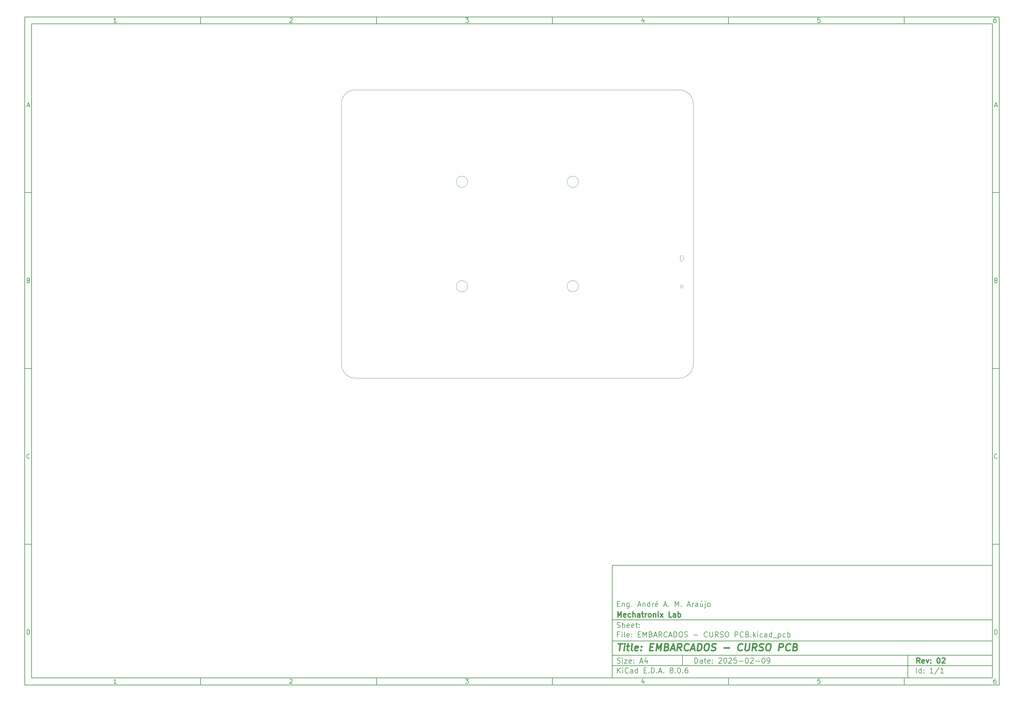
<source format=gbr>
%TF.GenerationSoftware,KiCad,Pcbnew,8.0.6*%
%TF.CreationDate,2025-02-09T14:35:08-03:00*%
%TF.ProjectId,EMBARCADOS - CURSO PCB,454d4241-5243-4414-944f-53202d204355,02*%
%TF.SameCoordinates,Original*%
%TF.FileFunction,Profile,NP*%
%FSLAX46Y46*%
G04 Gerber Fmt 4.6, Leading zero omitted, Abs format (unit mm)*
G04 Created by KiCad (PCBNEW 8.0.6) date 2025-02-09 14:35:08*
%MOMM*%
%LPD*%
G01*
G04 APERTURE LIST*
%ADD10C,0.100000*%
%ADD11C,0.150000*%
%ADD12C,0.300000*%
%ADD13C,0.400000*%
%TA.AperFunction,Profile*%
%ADD14C,0.050000*%
%TD*%
G04 APERTURE END LIST*
D10*
D11*
X177002200Y-166007200D02*
X285002200Y-166007200D01*
X285002200Y-198007200D01*
X177002200Y-198007200D01*
X177002200Y-166007200D01*
D10*
D11*
X10000000Y-10000000D02*
X287002200Y-10000000D01*
X287002200Y-200007200D01*
X10000000Y-200007200D01*
X10000000Y-10000000D01*
D10*
D11*
X12000000Y-12000000D02*
X285002200Y-12000000D01*
X285002200Y-198007200D01*
X12000000Y-198007200D01*
X12000000Y-12000000D01*
D10*
D11*
X60000000Y-12000000D02*
X60000000Y-10000000D01*
D10*
D11*
X110000000Y-12000000D02*
X110000000Y-10000000D01*
D10*
D11*
X160000000Y-12000000D02*
X160000000Y-10000000D01*
D10*
D11*
X210000000Y-12000000D02*
X210000000Y-10000000D01*
D10*
D11*
X260000000Y-12000000D02*
X260000000Y-10000000D01*
D10*
D11*
X36089160Y-11593604D02*
X35346303Y-11593604D01*
X35717731Y-11593604D02*
X35717731Y-10293604D01*
X35717731Y-10293604D02*
X35593922Y-10479319D01*
X35593922Y-10479319D02*
X35470112Y-10603128D01*
X35470112Y-10603128D02*
X35346303Y-10665033D01*
D10*
D11*
X85346303Y-10417414D02*
X85408207Y-10355509D01*
X85408207Y-10355509D02*
X85532017Y-10293604D01*
X85532017Y-10293604D02*
X85841541Y-10293604D01*
X85841541Y-10293604D02*
X85965350Y-10355509D01*
X85965350Y-10355509D02*
X86027255Y-10417414D01*
X86027255Y-10417414D02*
X86089160Y-10541223D01*
X86089160Y-10541223D02*
X86089160Y-10665033D01*
X86089160Y-10665033D02*
X86027255Y-10850747D01*
X86027255Y-10850747D02*
X85284398Y-11593604D01*
X85284398Y-11593604D02*
X86089160Y-11593604D01*
D10*
D11*
X135284398Y-10293604D02*
X136089160Y-10293604D01*
X136089160Y-10293604D02*
X135655826Y-10788842D01*
X135655826Y-10788842D02*
X135841541Y-10788842D01*
X135841541Y-10788842D02*
X135965350Y-10850747D01*
X135965350Y-10850747D02*
X136027255Y-10912652D01*
X136027255Y-10912652D02*
X136089160Y-11036461D01*
X136089160Y-11036461D02*
X136089160Y-11345985D01*
X136089160Y-11345985D02*
X136027255Y-11469795D01*
X136027255Y-11469795D02*
X135965350Y-11531700D01*
X135965350Y-11531700D02*
X135841541Y-11593604D01*
X135841541Y-11593604D02*
X135470112Y-11593604D01*
X135470112Y-11593604D02*
X135346303Y-11531700D01*
X135346303Y-11531700D02*
X135284398Y-11469795D01*
D10*
D11*
X185965350Y-10726938D02*
X185965350Y-11593604D01*
X185655826Y-10231700D02*
X185346303Y-11160271D01*
X185346303Y-11160271D02*
X186151064Y-11160271D01*
D10*
D11*
X236027255Y-10293604D02*
X235408207Y-10293604D01*
X235408207Y-10293604D02*
X235346303Y-10912652D01*
X235346303Y-10912652D02*
X235408207Y-10850747D01*
X235408207Y-10850747D02*
X235532017Y-10788842D01*
X235532017Y-10788842D02*
X235841541Y-10788842D01*
X235841541Y-10788842D02*
X235965350Y-10850747D01*
X235965350Y-10850747D02*
X236027255Y-10912652D01*
X236027255Y-10912652D02*
X236089160Y-11036461D01*
X236089160Y-11036461D02*
X236089160Y-11345985D01*
X236089160Y-11345985D02*
X236027255Y-11469795D01*
X236027255Y-11469795D02*
X235965350Y-11531700D01*
X235965350Y-11531700D02*
X235841541Y-11593604D01*
X235841541Y-11593604D02*
X235532017Y-11593604D01*
X235532017Y-11593604D02*
X235408207Y-11531700D01*
X235408207Y-11531700D02*
X235346303Y-11469795D01*
D10*
D11*
X285965350Y-10293604D02*
X285717731Y-10293604D01*
X285717731Y-10293604D02*
X285593922Y-10355509D01*
X285593922Y-10355509D02*
X285532017Y-10417414D01*
X285532017Y-10417414D02*
X285408207Y-10603128D01*
X285408207Y-10603128D02*
X285346303Y-10850747D01*
X285346303Y-10850747D02*
X285346303Y-11345985D01*
X285346303Y-11345985D02*
X285408207Y-11469795D01*
X285408207Y-11469795D02*
X285470112Y-11531700D01*
X285470112Y-11531700D02*
X285593922Y-11593604D01*
X285593922Y-11593604D02*
X285841541Y-11593604D01*
X285841541Y-11593604D02*
X285965350Y-11531700D01*
X285965350Y-11531700D02*
X286027255Y-11469795D01*
X286027255Y-11469795D02*
X286089160Y-11345985D01*
X286089160Y-11345985D02*
X286089160Y-11036461D01*
X286089160Y-11036461D02*
X286027255Y-10912652D01*
X286027255Y-10912652D02*
X285965350Y-10850747D01*
X285965350Y-10850747D02*
X285841541Y-10788842D01*
X285841541Y-10788842D02*
X285593922Y-10788842D01*
X285593922Y-10788842D02*
X285470112Y-10850747D01*
X285470112Y-10850747D02*
X285408207Y-10912652D01*
X285408207Y-10912652D02*
X285346303Y-11036461D01*
D10*
D11*
X60000000Y-198007200D02*
X60000000Y-200007200D01*
D10*
D11*
X110000000Y-198007200D02*
X110000000Y-200007200D01*
D10*
D11*
X160000000Y-198007200D02*
X160000000Y-200007200D01*
D10*
D11*
X210000000Y-198007200D02*
X210000000Y-200007200D01*
D10*
D11*
X260000000Y-198007200D02*
X260000000Y-200007200D01*
D10*
D11*
X36089160Y-199600804D02*
X35346303Y-199600804D01*
X35717731Y-199600804D02*
X35717731Y-198300804D01*
X35717731Y-198300804D02*
X35593922Y-198486519D01*
X35593922Y-198486519D02*
X35470112Y-198610328D01*
X35470112Y-198610328D02*
X35346303Y-198672233D01*
D10*
D11*
X85346303Y-198424614D02*
X85408207Y-198362709D01*
X85408207Y-198362709D02*
X85532017Y-198300804D01*
X85532017Y-198300804D02*
X85841541Y-198300804D01*
X85841541Y-198300804D02*
X85965350Y-198362709D01*
X85965350Y-198362709D02*
X86027255Y-198424614D01*
X86027255Y-198424614D02*
X86089160Y-198548423D01*
X86089160Y-198548423D02*
X86089160Y-198672233D01*
X86089160Y-198672233D02*
X86027255Y-198857947D01*
X86027255Y-198857947D02*
X85284398Y-199600804D01*
X85284398Y-199600804D02*
X86089160Y-199600804D01*
D10*
D11*
X135284398Y-198300804D02*
X136089160Y-198300804D01*
X136089160Y-198300804D02*
X135655826Y-198796042D01*
X135655826Y-198796042D02*
X135841541Y-198796042D01*
X135841541Y-198796042D02*
X135965350Y-198857947D01*
X135965350Y-198857947D02*
X136027255Y-198919852D01*
X136027255Y-198919852D02*
X136089160Y-199043661D01*
X136089160Y-199043661D02*
X136089160Y-199353185D01*
X136089160Y-199353185D02*
X136027255Y-199476995D01*
X136027255Y-199476995D02*
X135965350Y-199538900D01*
X135965350Y-199538900D02*
X135841541Y-199600804D01*
X135841541Y-199600804D02*
X135470112Y-199600804D01*
X135470112Y-199600804D02*
X135346303Y-199538900D01*
X135346303Y-199538900D02*
X135284398Y-199476995D01*
D10*
D11*
X185965350Y-198734138D02*
X185965350Y-199600804D01*
X185655826Y-198238900D02*
X185346303Y-199167471D01*
X185346303Y-199167471D02*
X186151064Y-199167471D01*
D10*
D11*
X236027255Y-198300804D02*
X235408207Y-198300804D01*
X235408207Y-198300804D02*
X235346303Y-198919852D01*
X235346303Y-198919852D02*
X235408207Y-198857947D01*
X235408207Y-198857947D02*
X235532017Y-198796042D01*
X235532017Y-198796042D02*
X235841541Y-198796042D01*
X235841541Y-198796042D02*
X235965350Y-198857947D01*
X235965350Y-198857947D02*
X236027255Y-198919852D01*
X236027255Y-198919852D02*
X236089160Y-199043661D01*
X236089160Y-199043661D02*
X236089160Y-199353185D01*
X236089160Y-199353185D02*
X236027255Y-199476995D01*
X236027255Y-199476995D02*
X235965350Y-199538900D01*
X235965350Y-199538900D02*
X235841541Y-199600804D01*
X235841541Y-199600804D02*
X235532017Y-199600804D01*
X235532017Y-199600804D02*
X235408207Y-199538900D01*
X235408207Y-199538900D02*
X235346303Y-199476995D01*
D10*
D11*
X285965350Y-198300804D02*
X285717731Y-198300804D01*
X285717731Y-198300804D02*
X285593922Y-198362709D01*
X285593922Y-198362709D02*
X285532017Y-198424614D01*
X285532017Y-198424614D02*
X285408207Y-198610328D01*
X285408207Y-198610328D02*
X285346303Y-198857947D01*
X285346303Y-198857947D02*
X285346303Y-199353185D01*
X285346303Y-199353185D02*
X285408207Y-199476995D01*
X285408207Y-199476995D02*
X285470112Y-199538900D01*
X285470112Y-199538900D02*
X285593922Y-199600804D01*
X285593922Y-199600804D02*
X285841541Y-199600804D01*
X285841541Y-199600804D02*
X285965350Y-199538900D01*
X285965350Y-199538900D02*
X286027255Y-199476995D01*
X286027255Y-199476995D02*
X286089160Y-199353185D01*
X286089160Y-199353185D02*
X286089160Y-199043661D01*
X286089160Y-199043661D02*
X286027255Y-198919852D01*
X286027255Y-198919852D02*
X285965350Y-198857947D01*
X285965350Y-198857947D02*
X285841541Y-198796042D01*
X285841541Y-198796042D02*
X285593922Y-198796042D01*
X285593922Y-198796042D02*
X285470112Y-198857947D01*
X285470112Y-198857947D02*
X285408207Y-198919852D01*
X285408207Y-198919852D02*
X285346303Y-199043661D01*
D10*
D11*
X10000000Y-60000000D02*
X12000000Y-60000000D01*
D10*
D11*
X10000000Y-110000000D02*
X12000000Y-110000000D01*
D10*
D11*
X10000000Y-160000000D02*
X12000000Y-160000000D01*
D10*
D11*
X10690476Y-35222176D02*
X11309523Y-35222176D01*
X10566666Y-35593604D02*
X10999999Y-34293604D01*
X10999999Y-34293604D02*
X11433333Y-35593604D01*
D10*
D11*
X11092857Y-84912652D02*
X11278571Y-84974557D01*
X11278571Y-84974557D02*
X11340476Y-85036461D01*
X11340476Y-85036461D02*
X11402380Y-85160271D01*
X11402380Y-85160271D02*
X11402380Y-85345985D01*
X11402380Y-85345985D02*
X11340476Y-85469795D01*
X11340476Y-85469795D02*
X11278571Y-85531700D01*
X11278571Y-85531700D02*
X11154761Y-85593604D01*
X11154761Y-85593604D02*
X10659523Y-85593604D01*
X10659523Y-85593604D02*
X10659523Y-84293604D01*
X10659523Y-84293604D02*
X11092857Y-84293604D01*
X11092857Y-84293604D02*
X11216666Y-84355509D01*
X11216666Y-84355509D02*
X11278571Y-84417414D01*
X11278571Y-84417414D02*
X11340476Y-84541223D01*
X11340476Y-84541223D02*
X11340476Y-84665033D01*
X11340476Y-84665033D02*
X11278571Y-84788842D01*
X11278571Y-84788842D02*
X11216666Y-84850747D01*
X11216666Y-84850747D02*
X11092857Y-84912652D01*
X11092857Y-84912652D02*
X10659523Y-84912652D01*
D10*
D11*
X11402380Y-135469795D02*
X11340476Y-135531700D01*
X11340476Y-135531700D02*
X11154761Y-135593604D01*
X11154761Y-135593604D02*
X11030952Y-135593604D01*
X11030952Y-135593604D02*
X10845238Y-135531700D01*
X10845238Y-135531700D02*
X10721428Y-135407890D01*
X10721428Y-135407890D02*
X10659523Y-135284080D01*
X10659523Y-135284080D02*
X10597619Y-135036461D01*
X10597619Y-135036461D02*
X10597619Y-134850747D01*
X10597619Y-134850747D02*
X10659523Y-134603128D01*
X10659523Y-134603128D02*
X10721428Y-134479319D01*
X10721428Y-134479319D02*
X10845238Y-134355509D01*
X10845238Y-134355509D02*
X11030952Y-134293604D01*
X11030952Y-134293604D02*
X11154761Y-134293604D01*
X11154761Y-134293604D02*
X11340476Y-134355509D01*
X11340476Y-134355509D02*
X11402380Y-134417414D01*
D10*
D11*
X10659523Y-185593604D02*
X10659523Y-184293604D01*
X10659523Y-184293604D02*
X10969047Y-184293604D01*
X10969047Y-184293604D02*
X11154761Y-184355509D01*
X11154761Y-184355509D02*
X11278571Y-184479319D01*
X11278571Y-184479319D02*
X11340476Y-184603128D01*
X11340476Y-184603128D02*
X11402380Y-184850747D01*
X11402380Y-184850747D02*
X11402380Y-185036461D01*
X11402380Y-185036461D02*
X11340476Y-185284080D01*
X11340476Y-185284080D02*
X11278571Y-185407890D01*
X11278571Y-185407890D02*
X11154761Y-185531700D01*
X11154761Y-185531700D02*
X10969047Y-185593604D01*
X10969047Y-185593604D02*
X10659523Y-185593604D01*
D10*
D11*
X287002200Y-60000000D02*
X285002200Y-60000000D01*
D10*
D11*
X287002200Y-110000000D02*
X285002200Y-110000000D01*
D10*
D11*
X287002200Y-160000000D02*
X285002200Y-160000000D01*
D10*
D11*
X285692676Y-35222176D02*
X286311723Y-35222176D01*
X285568866Y-35593604D02*
X286002199Y-34293604D01*
X286002199Y-34293604D02*
X286435533Y-35593604D01*
D10*
D11*
X286095057Y-84912652D02*
X286280771Y-84974557D01*
X286280771Y-84974557D02*
X286342676Y-85036461D01*
X286342676Y-85036461D02*
X286404580Y-85160271D01*
X286404580Y-85160271D02*
X286404580Y-85345985D01*
X286404580Y-85345985D02*
X286342676Y-85469795D01*
X286342676Y-85469795D02*
X286280771Y-85531700D01*
X286280771Y-85531700D02*
X286156961Y-85593604D01*
X286156961Y-85593604D02*
X285661723Y-85593604D01*
X285661723Y-85593604D02*
X285661723Y-84293604D01*
X285661723Y-84293604D02*
X286095057Y-84293604D01*
X286095057Y-84293604D02*
X286218866Y-84355509D01*
X286218866Y-84355509D02*
X286280771Y-84417414D01*
X286280771Y-84417414D02*
X286342676Y-84541223D01*
X286342676Y-84541223D02*
X286342676Y-84665033D01*
X286342676Y-84665033D02*
X286280771Y-84788842D01*
X286280771Y-84788842D02*
X286218866Y-84850747D01*
X286218866Y-84850747D02*
X286095057Y-84912652D01*
X286095057Y-84912652D02*
X285661723Y-84912652D01*
D10*
D11*
X286404580Y-135469795D02*
X286342676Y-135531700D01*
X286342676Y-135531700D02*
X286156961Y-135593604D01*
X286156961Y-135593604D02*
X286033152Y-135593604D01*
X286033152Y-135593604D02*
X285847438Y-135531700D01*
X285847438Y-135531700D02*
X285723628Y-135407890D01*
X285723628Y-135407890D02*
X285661723Y-135284080D01*
X285661723Y-135284080D02*
X285599819Y-135036461D01*
X285599819Y-135036461D02*
X285599819Y-134850747D01*
X285599819Y-134850747D02*
X285661723Y-134603128D01*
X285661723Y-134603128D02*
X285723628Y-134479319D01*
X285723628Y-134479319D02*
X285847438Y-134355509D01*
X285847438Y-134355509D02*
X286033152Y-134293604D01*
X286033152Y-134293604D02*
X286156961Y-134293604D01*
X286156961Y-134293604D02*
X286342676Y-134355509D01*
X286342676Y-134355509D02*
X286404580Y-134417414D01*
D10*
D11*
X285661723Y-185593604D02*
X285661723Y-184293604D01*
X285661723Y-184293604D02*
X285971247Y-184293604D01*
X285971247Y-184293604D02*
X286156961Y-184355509D01*
X286156961Y-184355509D02*
X286280771Y-184479319D01*
X286280771Y-184479319D02*
X286342676Y-184603128D01*
X286342676Y-184603128D02*
X286404580Y-184850747D01*
X286404580Y-184850747D02*
X286404580Y-185036461D01*
X286404580Y-185036461D02*
X286342676Y-185284080D01*
X286342676Y-185284080D02*
X286280771Y-185407890D01*
X286280771Y-185407890D02*
X286156961Y-185531700D01*
X286156961Y-185531700D02*
X285971247Y-185593604D01*
X285971247Y-185593604D02*
X285661723Y-185593604D01*
D10*
D11*
X200458026Y-193793328D02*
X200458026Y-192293328D01*
X200458026Y-192293328D02*
X200815169Y-192293328D01*
X200815169Y-192293328D02*
X201029455Y-192364757D01*
X201029455Y-192364757D02*
X201172312Y-192507614D01*
X201172312Y-192507614D02*
X201243741Y-192650471D01*
X201243741Y-192650471D02*
X201315169Y-192936185D01*
X201315169Y-192936185D02*
X201315169Y-193150471D01*
X201315169Y-193150471D02*
X201243741Y-193436185D01*
X201243741Y-193436185D02*
X201172312Y-193579042D01*
X201172312Y-193579042D02*
X201029455Y-193721900D01*
X201029455Y-193721900D02*
X200815169Y-193793328D01*
X200815169Y-193793328D02*
X200458026Y-193793328D01*
X202600884Y-193793328D02*
X202600884Y-193007614D01*
X202600884Y-193007614D02*
X202529455Y-192864757D01*
X202529455Y-192864757D02*
X202386598Y-192793328D01*
X202386598Y-192793328D02*
X202100884Y-192793328D01*
X202100884Y-192793328D02*
X201958026Y-192864757D01*
X202600884Y-193721900D02*
X202458026Y-193793328D01*
X202458026Y-193793328D02*
X202100884Y-193793328D01*
X202100884Y-193793328D02*
X201958026Y-193721900D01*
X201958026Y-193721900D02*
X201886598Y-193579042D01*
X201886598Y-193579042D02*
X201886598Y-193436185D01*
X201886598Y-193436185D02*
X201958026Y-193293328D01*
X201958026Y-193293328D02*
X202100884Y-193221900D01*
X202100884Y-193221900D02*
X202458026Y-193221900D01*
X202458026Y-193221900D02*
X202600884Y-193150471D01*
X203100884Y-192793328D02*
X203672312Y-192793328D01*
X203315169Y-192293328D02*
X203315169Y-193579042D01*
X203315169Y-193579042D02*
X203386598Y-193721900D01*
X203386598Y-193721900D02*
X203529455Y-193793328D01*
X203529455Y-193793328D02*
X203672312Y-193793328D01*
X204743741Y-193721900D02*
X204600884Y-193793328D01*
X204600884Y-193793328D02*
X204315170Y-193793328D01*
X204315170Y-193793328D02*
X204172312Y-193721900D01*
X204172312Y-193721900D02*
X204100884Y-193579042D01*
X204100884Y-193579042D02*
X204100884Y-193007614D01*
X204100884Y-193007614D02*
X204172312Y-192864757D01*
X204172312Y-192864757D02*
X204315170Y-192793328D01*
X204315170Y-192793328D02*
X204600884Y-192793328D01*
X204600884Y-192793328D02*
X204743741Y-192864757D01*
X204743741Y-192864757D02*
X204815170Y-193007614D01*
X204815170Y-193007614D02*
X204815170Y-193150471D01*
X204815170Y-193150471D02*
X204100884Y-193293328D01*
X205458026Y-193650471D02*
X205529455Y-193721900D01*
X205529455Y-193721900D02*
X205458026Y-193793328D01*
X205458026Y-193793328D02*
X205386598Y-193721900D01*
X205386598Y-193721900D02*
X205458026Y-193650471D01*
X205458026Y-193650471D02*
X205458026Y-193793328D01*
X205458026Y-192864757D02*
X205529455Y-192936185D01*
X205529455Y-192936185D02*
X205458026Y-193007614D01*
X205458026Y-193007614D02*
X205386598Y-192936185D01*
X205386598Y-192936185D02*
X205458026Y-192864757D01*
X205458026Y-192864757D02*
X205458026Y-193007614D01*
X207243741Y-192436185D02*
X207315169Y-192364757D01*
X207315169Y-192364757D02*
X207458027Y-192293328D01*
X207458027Y-192293328D02*
X207815169Y-192293328D01*
X207815169Y-192293328D02*
X207958027Y-192364757D01*
X207958027Y-192364757D02*
X208029455Y-192436185D01*
X208029455Y-192436185D02*
X208100884Y-192579042D01*
X208100884Y-192579042D02*
X208100884Y-192721900D01*
X208100884Y-192721900D02*
X208029455Y-192936185D01*
X208029455Y-192936185D02*
X207172312Y-193793328D01*
X207172312Y-193793328D02*
X208100884Y-193793328D01*
X209029455Y-192293328D02*
X209172312Y-192293328D01*
X209172312Y-192293328D02*
X209315169Y-192364757D01*
X209315169Y-192364757D02*
X209386598Y-192436185D01*
X209386598Y-192436185D02*
X209458026Y-192579042D01*
X209458026Y-192579042D02*
X209529455Y-192864757D01*
X209529455Y-192864757D02*
X209529455Y-193221900D01*
X209529455Y-193221900D02*
X209458026Y-193507614D01*
X209458026Y-193507614D02*
X209386598Y-193650471D01*
X209386598Y-193650471D02*
X209315169Y-193721900D01*
X209315169Y-193721900D02*
X209172312Y-193793328D01*
X209172312Y-193793328D02*
X209029455Y-193793328D01*
X209029455Y-193793328D02*
X208886598Y-193721900D01*
X208886598Y-193721900D02*
X208815169Y-193650471D01*
X208815169Y-193650471D02*
X208743740Y-193507614D01*
X208743740Y-193507614D02*
X208672312Y-193221900D01*
X208672312Y-193221900D02*
X208672312Y-192864757D01*
X208672312Y-192864757D02*
X208743740Y-192579042D01*
X208743740Y-192579042D02*
X208815169Y-192436185D01*
X208815169Y-192436185D02*
X208886598Y-192364757D01*
X208886598Y-192364757D02*
X209029455Y-192293328D01*
X210100883Y-192436185D02*
X210172311Y-192364757D01*
X210172311Y-192364757D02*
X210315169Y-192293328D01*
X210315169Y-192293328D02*
X210672311Y-192293328D01*
X210672311Y-192293328D02*
X210815169Y-192364757D01*
X210815169Y-192364757D02*
X210886597Y-192436185D01*
X210886597Y-192436185D02*
X210958026Y-192579042D01*
X210958026Y-192579042D02*
X210958026Y-192721900D01*
X210958026Y-192721900D02*
X210886597Y-192936185D01*
X210886597Y-192936185D02*
X210029454Y-193793328D01*
X210029454Y-193793328D02*
X210958026Y-193793328D01*
X212315168Y-192293328D02*
X211600882Y-192293328D01*
X211600882Y-192293328D02*
X211529454Y-193007614D01*
X211529454Y-193007614D02*
X211600882Y-192936185D01*
X211600882Y-192936185D02*
X211743740Y-192864757D01*
X211743740Y-192864757D02*
X212100882Y-192864757D01*
X212100882Y-192864757D02*
X212243740Y-192936185D01*
X212243740Y-192936185D02*
X212315168Y-193007614D01*
X212315168Y-193007614D02*
X212386597Y-193150471D01*
X212386597Y-193150471D02*
X212386597Y-193507614D01*
X212386597Y-193507614D02*
X212315168Y-193650471D01*
X212315168Y-193650471D02*
X212243740Y-193721900D01*
X212243740Y-193721900D02*
X212100882Y-193793328D01*
X212100882Y-193793328D02*
X211743740Y-193793328D01*
X211743740Y-193793328D02*
X211600882Y-193721900D01*
X211600882Y-193721900D02*
X211529454Y-193650471D01*
X213029453Y-193221900D02*
X214172311Y-193221900D01*
X215172311Y-192293328D02*
X215315168Y-192293328D01*
X215315168Y-192293328D02*
X215458025Y-192364757D01*
X215458025Y-192364757D02*
X215529454Y-192436185D01*
X215529454Y-192436185D02*
X215600882Y-192579042D01*
X215600882Y-192579042D02*
X215672311Y-192864757D01*
X215672311Y-192864757D02*
X215672311Y-193221900D01*
X215672311Y-193221900D02*
X215600882Y-193507614D01*
X215600882Y-193507614D02*
X215529454Y-193650471D01*
X215529454Y-193650471D02*
X215458025Y-193721900D01*
X215458025Y-193721900D02*
X215315168Y-193793328D01*
X215315168Y-193793328D02*
X215172311Y-193793328D01*
X215172311Y-193793328D02*
X215029454Y-193721900D01*
X215029454Y-193721900D02*
X214958025Y-193650471D01*
X214958025Y-193650471D02*
X214886596Y-193507614D01*
X214886596Y-193507614D02*
X214815168Y-193221900D01*
X214815168Y-193221900D02*
X214815168Y-192864757D01*
X214815168Y-192864757D02*
X214886596Y-192579042D01*
X214886596Y-192579042D02*
X214958025Y-192436185D01*
X214958025Y-192436185D02*
X215029454Y-192364757D01*
X215029454Y-192364757D02*
X215172311Y-192293328D01*
X216243739Y-192436185D02*
X216315167Y-192364757D01*
X216315167Y-192364757D02*
X216458025Y-192293328D01*
X216458025Y-192293328D02*
X216815167Y-192293328D01*
X216815167Y-192293328D02*
X216958025Y-192364757D01*
X216958025Y-192364757D02*
X217029453Y-192436185D01*
X217029453Y-192436185D02*
X217100882Y-192579042D01*
X217100882Y-192579042D02*
X217100882Y-192721900D01*
X217100882Y-192721900D02*
X217029453Y-192936185D01*
X217029453Y-192936185D02*
X216172310Y-193793328D01*
X216172310Y-193793328D02*
X217100882Y-193793328D01*
X217743738Y-193221900D02*
X218886596Y-193221900D01*
X219886596Y-192293328D02*
X220029453Y-192293328D01*
X220029453Y-192293328D02*
X220172310Y-192364757D01*
X220172310Y-192364757D02*
X220243739Y-192436185D01*
X220243739Y-192436185D02*
X220315167Y-192579042D01*
X220315167Y-192579042D02*
X220386596Y-192864757D01*
X220386596Y-192864757D02*
X220386596Y-193221900D01*
X220386596Y-193221900D02*
X220315167Y-193507614D01*
X220315167Y-193507614D02*
X220243739Y-193650471D01*
X220243739Y-193650471D02*
X220172310Y-193721900D01*
X220172310Y-193721900D02*
X220029453Y-193793328D01*
X220029453Y-193793328D02*
X219886596Y-193793328D01*
X219886596Y-193793328D02*
X219743739Y-193721900D01*
X219743739Y-193721900D02*
X219672310Y-193650471D01*
X219672310Y-193650471D02*
X219600881Y-193507614D01*
X219600881Y-193507614D02*
X219529453Y-193221900D01*
X219529453Y-193221900D02*
X219529453Y-192864757D01*
X219529453Y-192864757D02*
X219600881Y-192579042D01*
X219600881Y-192579042D02*
X219672310Y-192436185D01*
X219672310Y-192436185D02*
X219743739Y-192364757D01*
X219743739Y-192364757D02*
X219886596Y-192293328D01*
X221100881Y-193793328D02*
X221386595Y-193793328D01*
X221386595Y-193793328D02*
X221529452Y-193721900D01*
X221529452Y-193721900D02*
X221600881Y-193650471D01*
X221600881Y-193650471D02*
X221743738Y-193436185D01*
X221743738Y-193436185D02*
X221815167Y-193150471D01*
X221815167Y-193150471D02*
X221815167Y-192579042D01*
X221815167Y-192579042D02*
X221743738Y-192436185D01*
X221743738Y-192436185D02*
X221672310Y-192364757D01*
X221672310Y-192364757D02*
X221529452Y-192293328D01*
X221529452Y-192293328D02*
X221243738Y-192293328D01*
X221243738Y-192293328D02*
X221100881Y-192364757D01*
X221100881Y-192364757D02*
X221029452Y-192436185D01*
X221029452Y-192436185D02*
X220958024Y-192579042D01*
X220958024Y-192579042D02*
X220958024Y-192936185D01*
X220958024Y-192936185D02*
X221029452Y-193079042D01*
X221029452Y-193079042D02*
X221100881Y-193150471D01*
X221100881Y-193150471D02*
X221243738Y-193221900D01*
X221243738Y-193221900D02*
X221529452Y-193221900D01*
X221529452Y-193221900D02*
X221672310Y-193150471D01*
X221672310Y-193150471D02*
X221743738Y-193079042D01*
X221743738Y-193079042D02*
X221815167Y-192936185D01*
D10*
D11*
X177002200Y-194507200D02*
X285002200Y-194507200D01*
D10*
D11*
X178458026Y-196593328D02*
X178458026Y-195093328D01*
X179315169Y-196593328D02*
X178672312Y-195736185D01*
X179315169Y-195093328D02*
X178458026Y-195950471D01*
X179958026Y-196593328D02*
X179958026Y-195593328D01*
X179958026Y-195093328D02*
X179886598Y-195164757D01*
X179886598Y-195164757D02*
X179958026Y-195236185D01*
X179958026Y-195236185D02*
X180029455Y-195164757D01*
X180029455Y-195164757D02*
X179958026Y-195093328D01*
X179958026Y-195093328D02*
X179958026Y-195236185D01*
X181529455Y-196450471D02*
X181458027Y-196521900D01*
X181458027Y-196521900D02*
X181243741Y-196593328D01*
X181243741Y-196593328D02*
X181100884Y-196593328D01*
X181100884Y-196593328D02*
X180886598Y-196521900D01*
X180886598Y-196521900D02*
X180743741Y-196379042D01*
X180743741Y-196379042D02*
X180672312Y-196236185D01*
X180672312Y-196236185D02*
X180600884Y-195950471D01*
X180600884Y-195950471D02*
X180600884Y-195736185D01*
X180600884Y-195736185D02*
X180672312Y-195450471D01*
X180672312Y-195450471D02*
X180743741Y-195307614D01*
X180743741Y-195307614D02*
X180886598Y-195164757D01*
X180886598Y-195164757D02*
X181100884Y-195093328D01*
X181100884Y-195093328D02*
X181243741Y-195093328D01*
X181243741Y-195093328D02*
X181458027Y-195164757D01*
X181458027Y-195164757D02*
X181529455Y-195236185D01*
X182815170Y-196593328D02*
X182815170Y-195807614D01*
X182815170Y-195807614D02*
X182743741Y-195664757D01*
X182743741Y-195664757D02*
X182600884Y-195593328D01*
X182600884Y-195593328D02*
X182315170Y-195593328D01*
X182315170Y-195593328D02*
X182172312Y-195664757D01*
X182815170Y-196521900D02*
X182672312Y-196593328D01*
X182672312Y-196593328D02*
X182315170Y-196593328D01*
X182315170Y-196593328D02*
X182172312Y-196521900D01*
X182172312Y-196521900D02*
X182100884Y-196379042D01*
X182100884Y-196379042D02*
X182100884Y-196236185D01*
X182100884Y-196236185D02*
X182172312Y-196093328D01*
X182172312Y-196093328D02*
X182315170Y-196021900D01*
X182315170Y-196021900D02*
X182672312Y-196021900D01*
X182672312Y-196021900D02*
X182815170Y-195950471D01*
X184172313Y-196593328D02*
X184172313Y-195093328D01*
X184172313Y-196521900D02*
X184029455Y-196593328D01*
X184029455Y-196593328D02*
X183743741Y-196593328D01*
X183743741Y-196593328D02*
X183600884Y-196521900D01*
X183600884Y-196521900D02*
X183529455Y-196450471D01*
X183529455Y-196450471D02*
X183458027Y-196307614D01*
X183458027Y-196307614D02*
X183458027Y-195879042D01*
X183458027Y-195879042D02*
X183529455Y-195736185D01*
X183529455Y-195736185D02*
X183600884Y-195664757D01*
X183600884Y-195664757D02*
X183743741Y-195593328D01*
X183743741Y-195593328D02*
X184029455Y-195593328D01*
X184029455Y-195593328D02*
X184172313Y-195664757D01*
X186029455Y-195807614D02*
X186529455Y-195807614D01*
X186743741Y-196593328D02*
X186029455Y-196593328D01*
X186029455Y-196593328D02*
X186029455Y-195093328D01*
X186029455Y-195093328D02*
X186743741Y-195093328D01*
X187386598Y-196450471D02*
X187458027Y-196521900D01*
X187458027Y-196521900D02*
X187386598Y-196593328D01*
X187386598Y-196593328D02*
X187315170Y-196521900D01*
X187315170Y-196521900D02*
X187386598Y-196450471D01*
X187386598Y-196450471D02*
X187386598Y-196593328D01*
X188100884Y-196593328D02*
X188100884Y-195093328D01*
X188100884Y-195093328D02*
X188458027Y-195093328D01*
X188458027Y-195093328D02*
X188672313Y-195164757D01*
X188672313Y-195164757D02*
X188815170Y-195307614D01*
X188815170Y-195307614D02*
X188886599Y-195450471D01*
X188886599Y-195450471D02*
X188958027Y-195736185D01*
X188958027Y-195736185D02*
X188958027Y-195950471D01*
X188958027Y-195950471D02*
X188886599Y-196236185D01*
X188886599Y-196236185D02*
X188815170Y-196379042D01*
X188815170Y-196379042D02*
X188672313Y-196521900D01*
X188672313Y-196521900D02*
X188458027Y-196593328D01*
X188458027Y-196593328D02*
X188100884Y-196593328D01*
X189600884Y-196450471D02*
X189672313Y-196521900D01*
X189672313Y-196521900D02*
X189600884Y-196593328D01*
X189600884Y-196593328D02*
X189529456Y-196521900D01*
X189529456Y-196521900D02*
X189600884Y-196450471D01*
X189600884Y-196450471D02*
X189600884Y-196593328D01*
X190243742Y-196164757D02*
X190958028Y-196164757D01*
X190100885Y-196593328D02*
X190600885Y-195093328D01*
X190600885Y-195093328D02*
X191100885Y-196593328D01*
X191600884Y-196450471D02*
X191672313Y-196521900D01*
X191672313Y-196521900D02*
X191600884Y-196593328D01*
X191600884Y-196593328D02*
X191529456Y-196521900D01*
X191529456Y-196521900D02*
X191600884Y-196450471D01*
X191600884Y-196450471D02*
X191600884Y-196593328D01*
X193672313Y-195736185D02*
X193529456Y-195664757D01*
X193529456Y-195664757D02*
X193458027Y-195593328D01*
X193458027Y-195593328D02*
X193386599Y-195450471D01*
X193386599Y-195450471D02*
X193386599Y-195379042D01*
X193386599Y-195379042D02*
X193458027Y-195236185D01*
X193458027Y-195236185D02*
X193529456Y-195164757D01*
X193529456Y-195164757D02*
X193672313Y-195093328D01*
X193672313Y-195093328D02*
X193958027Y-195093328D01*
X193958027Y-195093328D02*
X194100885Y-195164757D01*
X194100885Y-195164757D02*
X194172313Y-195236185D01*
X194172313Y-195236185D02*
X194243742Y-195379042D01*
X194243742Y-195379042D02*
X194243742Y-195450471D01*
X194243742Y-195450471D02*
X194172313Y-195593328D01*
X194172313Y-195593328D02*
X194100885Y-195664757D01*
X194100885Y-195664757D02*
X193958027Y-195736185D01*
X193958027Y-195736185D02*
X193672313Y-195736185D01*
X193672313Y-195736185D02*
X193529456Y-195807614D01*
X193529456Y-195807614D02*
X193458027Y-195879042D01*
X193458027Y-195879042D02*
X193386599Y-196021900D01*
X193386599Y-196021900D02*
X193386599Y-196307614D01*
X193386599Y-196307614D02*
X193458027Y-196450471D01*
X193458027Y-196450471D02*
X193529456Y-196521900D01*
X193529456Y-196521900D02*
X193672313Y-196593328D01*
X193672313Y-196593328D02*
X193958027Y-196593328D01*
X193958027Y-196593328D02*
X194100885Y-196521900D01*
X194100885Y-196521900D02*
X194172313Y-196450471D01*
X194172313Y-196450471D02*
X194243742Y-196307614D01*
X194243742Y-196307614D02*
X194243742Y-196021900D01*
X194243742Y-196021900D02*
X194172313Y-195879042D01*
X194172313Y-195879042D02*
X194100885Y-195807614D01*
X194100885Y-195807614D02*
X193958027Y-195736185D01*
X194886598Y-196450471D02*
X194958027Y-196521900D01*
X194958027Y-196521900D02*
X194886598Y-196593328D01*
X194886598Y-196593328D02*
X194815170Y-196521900D01*
X194815170Y-196521900D02*
X194886598Y-196450471D01*
X194886598Y-196450471D02*
X194886598Y-196593328D01*
X195886599Y-195093328D02*
X196029456Y-195093328D01*
X196029456Y-195093328D02*
X196172313Y-195164757D01*
X196172313Y-195164757D02*
X196243742Y-195236185D01*
X196243742Y-195236185D02*
X196315170Y-195379042D01*
X196315170Y-195379042D02*
X196386599Y-195664757D01*
X196386599Y-195664757D02*
X196386599Y-196021900D01*
X196386599Y-196021900D02*
X196315170Y-196307614D01*
X196315170Y-196307614D02*
X196243742Y-196450471D01*
X196243742Y-196450471D02*
X196172313Y-196521900D01*
X196172313Y-196521900D02*
X196029456Y-196593328D01*
X196029456Y-196593328D02*
X195886599Y-196593328D01*
X195886599Y-196593328D02*
X195743742Y-196521900D01*
X195743742Y-196521900D02*
X195672313Y-196450471D01*
X195672313Y-196450471D02*
X195600884Y-196307614D01*
X195600884Y-196307614D02*
X195529456Y-196021900D01*
X195529456Y-196021900D02*
X195529456Y-195664757D01*
X195529456Y-195664757D02*
X195600884Y-195379042D01*
X195600884Y-195379042D02*
X195672313Y-195236185D01*
X195672313Y-195236185D02*
X195743742Y-195164757D01*
X195743742Y-195164757D02*
X195886599Y-195093328D01*
X197029455Y-196450471D02*
X197100884Y-196521900D01*
X197100884Y-196521900D02*
X197029455Y-196593328D01*
X197029455Y-196593328D02*
X196958027Y-196521900D01*
X196958027Y-196521900D02*
X197029455Y-196450471D01*
X197029455Y-196450471D02*
X197029455Y-196593328D01*
X198386599Y-195093328D02*
X198100884Y-195093328D01*
X198100884Y-195093328D02*
X197958027Y-195164757D01*
X197958027Y-195164757D02*
X197886599Y-195236185D01*
X197886599Y-195236185D02*
X197743741Y-195450471D01*
X197743741Y-195450471D02*
X197672313Y-195736185D01*
X197672313Y-195736185D02*
X197672313Y-196307614D01*
X197672313Y-196307614D02*
X197743741Y-196450471D01*
X197743741Y-196450471D02*
X197815170Y-196521900D01*
X197815170Y-196521900D02*
X197958027Y-196593328D01*
X197958027Y-196593328D02*
X198243741Y-196593328D01*
X198243741Y-196593328D02*
X198386599Y-196521900D01*
X198386599Y-196521900D02*
X198458027Y-196450471D01*
X198458027Y-196450471D02*
X198529456Y-196307614D01*
X198529456Y-196307614D02*
X198529456Y-195950471D01*
X198529456Y-195950471D02*
X198458027Y-195807614D01*
X198458027Y-195807614D02*
X198386599Y-195736185D01*
X198386599Y-195736185D02*
X198243741Y-195664757D01*
X198243741Y-195664757D02*
X197958027Y-195664757D01*
X197958027Y-195664757D02*
X197815170Y-195736185D01*
X197815170Y-195736185D02*
X197743741Y-195807614D01*
X197743741Y-195807614D02*
X197672313Y-195950471D01*
D10*
D11*
X177002200Y-191507200D02*
X285002200Y-191507200D01*
D10*
D12*
X264413853Y-193785528D02*
X263913853Y-193071242D01*
X263556710Y-193785528D02*
X263556710Y-192285528D01*
X263556710Y-192285528D02*
X264128139Y-192285528D01*
X264128139Y-192285528D02*
X264270996Y-192356957D01*
X264270996Y-192356957D02*
X264342425Y-192428385D01*
X264342425Y-192428385D02*
X264413853Y-192571242D01*
X264413853Y-192571242D02*
X264413853Y-192785528D01*
X264413853Y-192785528D02*
X264342425Y-192928385D01*
X264342425Y-192928385D02*
X264270996Y-192999814D01*
X264270996Y-192999814D02*
X264128139Y-193071242D01*
X264128139Y-193071242D02*
X263556710Y-193071242D01*
X265628139Y-193714100D02*
X265485282Y-193785528D01*
X265485282Y-193785528D02*
X265199568Y-193785528D01*
X265199568Y-193785528D02*
X265056710Y-193714100D01*
X265056710Y-193714100D02*
X264985282Y-193571242D01*
X264985282Y-193571242D02*
X264985282Y-192999814D01*
X264985282Y-192999814D02*
X265056710Y-192856957D01*
X265056710Y-192856957D02*
X265199568Y-192785528D01*
X265199568Y-192785528D02*
X265485282Y-192785528D01*
X265485282Y-192785528D02*
X265628139Y-192856957D01*
X265628139Y-192856957D02*
X265699568Y-192999814D01*
X265699568Y-192999814D02*
X265699568Y-193142671D01*
X265699568Y-193142671D02*
X264985282Y-193285528D01*
X266199567Y-192785528D02*
X266556710Y-193785528D01*
X266556710Y-193785528D02*
X266913853Y-192785528D01*
X267485281Y-193642671D02*
X267556710Y-193714100D01*
X267556710Y-193714100D02*
X267485281Y-193785528D01*
X267485281Y-193785528D02*
X267413853Y-193714100D01*
X267413853Y-193714100D02*
X267485281Y-193642671D01*
X267485281Y-193642671D02*
X267485281Y-193785528D01*
X267485281Y-192856957D02*
X267556710Y-192928385D01*
X267556710Y-192928385D02*
X267485281Y-192999814D01*
X267485281Y-192999814D02*
X267413853Y-192928385D01*
X267413853Y-192928385D02*
X267485281Y-192856957D01*
X267485281Y-192856957D02*
X267485281Y-192999814D01*
X269628139Y-192285528D02*
X269770996Y-192285528D01*
X269770996Y-192285528D02*
X269913853Y-192356957D01*
X269913853Y-192356957D02*
X269985282Y-192428385D01*
X269985282Y-192428385D02*
X270056710Y-192571242D01*
X270056710Y-192571242D02*
X270128139Y-192856957D01*
X270128139Y-192856957D02*
X270128139Y-193214100D01*
X270128139Y-193214100D02*
X270056710Y-193499814D01*
X270056710Y-193499814D02*
X269985282Y-193642671D01*
X269985282Y-193642671D02*
X269913853Y-193714100D01*
X269913853Y-193714100D02*
X269770996Y-193785528D01*
X269770996Y-193785528D02*
X269628139Y-193785528D01*
X269628139Y-193785528D02*
X269485282Y-193714100D01*
X269485282Y-193714100D02*
X269413853Y-193642671D01*
X269413853Y-193642671D02*
X269342424Y-193499814D01*
X269342424Y-193499814D02*
X269270996Y-193214100D01*
X269270996Y-193214100D02*
X269270996Y-192856957D01*
X269270996Y-192856957D02*
X269342424Y-192571242D01*
X269342424Y-192571242D02*
X269413853Y-192428385D01*
X269413853Y-192428385D02*
X269485282Y-192356957D01*
X269485282Y-192356957D02*
X269628139Y-192285528D01*
X270699567Y-192428385D02*
X270770995Y-192356957D01*
X270770995Y-192356957D02*
X270913853Y-192285528D01*
X270913853Y-192285528D02*
X271270995Y-192285528D01*
X271270995Y-192285528D02*
X271413853Y-192356957D01*
X271413853Y-192356957D02*
X271485281Y-192428385D01*
X271485281Y-192428385D02*
X271556710Y-192571242D01*
X271556710Y-192571242D02*
X271556710Y-192714100D01*
X271556710Y-192714100D02*
X271485281Y-192928385D01*
X271485281Y-192928385D02*
X270628138Y-193785528D01*
X270628138Y-193785528D02*
X271556710Y-193785528D01*
D10*
D11*
X178386598Y-193721900D02*
X178600884Y-193793328D01*
X178600884Y-193793328D02*
X178958026Y-193793328D01*
X178958026Y-193793328D02*
X179100884Y-193721900D01*
X179100884Y-193721900D02*
X179172312Y-193650471D01*
X179172312Y-193650471D02*
X179243741Y-193507614D01*
X179243741Y-193507614D02*
X179243741Y-193364757D01*
X179243741Y-193364757D02*
X179172312Y-193221900D01*
X179172312Y-193221900D02*
X179100884Y-193150471D01*
X179100884Y-193150471D02*
X178958026Y-193079042D01*
X178958026Y-193079042D02*
X178672312Y-193007614D01*
X178672312Y-193007614D02*
X178529455Y-192936185D01*
X178529455Y-192936185D02*
X178458026Y-192864757D01*
X178458026Y-192864757D02*
X178386598Y-192721900D01*
X178386598Y-192721900D02*
X178386598Y-192579042D01*
X178386598Y-192579042D02*
X178458026Y-192436185D01*
X178458026Y-192436185D02*
X178529455Y-192364757D01*
X178529455Y-192364757D02*
X178672312Y-192293328D01*
X178672312Y-192293328D02*
X179029455Y-192293328D01*
X179029455Y-192293328D02*
X179243741Y-192364757D01*
X179886597Y-193793328D02*
X179886597Y-192793328D01*
X179886597Y-192293328D02*
X179815169Y-192364757D01*
X179815169Y-192364757D02*
X179886597Y-192436185D01*
X179886597Y-192436185D02*
X179958026Y-192364757D01*
X179958026Y-192364757D02*
X179886597Y-192293328D01*
X179886597Y-192293328D02*
X179886597Y-192436185D01*
X180458026Y-192793328D02*
X181243741Y-192793328D01*
X181243741Y-192793328D02*
X180458026Y-193793328D01*
X180458026Y-193793328D02*
X181243741Y-193793328D01*
X182386598Y-193721900D02*
X182243741Y-193793328D01*
X182243741Y-193793328D02*
X181958027Y-193793328D01*
X181958027Y-193793328D02*
X181815169Y-193721900D01*
X181815169Y-193721900D02*
X181743741Y-193579042D01*
X181743741Y-193579042D02*
X181743741Y-193007614D01*
X181743741Y-193007614D02*
X181815169Y-192864757D01*
X181815169Y-192864757D02*
X181958027Y-192793328D01*
X181958027Y-192793328D02*
X182243741Y-192793328D01*
X182243741Y-192793328D02*
X182386598Y-192864757D01*
X182386598Y-192864757D02*
X182458027Y-193007614D01*
X182458027Y-193007614D02*
X182458027Y-193150471D01*
X182458027Y-193150471D02*
X181743741Y-193293328D01*
X183100883Y-193650471D02*
X183172312Y-193721900D01*
X183172312Y-193721900D02*
X183100883Y-193793328D01*
X183100883Y-193793328D02*
X183029455Y-193721900D01*
X183029455Y-193721900D02*
X183100883Y-193650471D01*
X183100883Y-193650471D02*
X183100883Y-193793328D01*
X183100883Y-192864757D02*
X183172312Y-192936185D01*
X183172312Y-192936185D02*
X183100883Y-193007614D01*
X183100883Y-193007614D02*
X183029455Y-192936185D01*
X183029455Y-192936185D02*
X183100883Y-192864757D01*
X183100883Y-192864757D02*
X183100883Y-193007614D01*
X184886598Y-193364757D02*
X185600884Y-193364757D01*
X184743741Y-193793328D02*
X185243741Y-192293328D01*
X185243741Y-192293328D02*
X185743741Y-193793328D01*
X186886598Y-192793328D02*
X186886598Y-193793328D01*
X186529455Y-192221900D02*
X186172312Y-193293328D01*
X186172312Y-193293328D02*
X187100883Y-193293328D01*
D10*
D11*
X263458026Y-196593328D02*
X263458026Y-195093328D01*
X264815170Y-196593328D02*
X264815170Y-195093328D01*
X264815170Y-196521900D02*
X264672312Y-196593328D01*
X264672312Y-196593328D02*
X264386598Y-196593328D01*
X264386598Y-196593328D02*
X264243741Y-196521900D01*
X264243741Y-196521900D02*
X264172312Y-196450471D01*
X264172312Y-196450471D02*
X264100884Y-196307614D01*
X264100884Y-196307614D02*
X264100884Y-195879042D01*
X264100884Y-195879042D02*
X264172312Y-195736185D01*
X264172312Y-195736185D02*
X264243741Y-195664757D01*
X264243741Y-195664757D02*
X264386598Y-195593328D01*
X264386598Y-195593328D02*
X264672312Y-195593328D01*
X264672312Y-195593328D02*
X264815170Y-195664757D01*
X265529455Y-196450471D02*
X265600884Y-196521900D01*
X265600884Y-196521900D02*
X265529455Y-196593328D01*
X265529455Y-196593328D02*
X265458027Y-196521900D01*
X265458027Y-196521900D02*
X265529455Y-196450471D01*
X265529455Y-196450471D02*
X265529455Y-196593328D01*
X265529455Y-195664757D02*
X265600884Y-195736185D01*
X265600884Y-195736185D02*
X265529455Y-195807614D01*
X265529455Y-195807614D02*
X265458027Y-195736185D01*
X265458027Y-195736185D02*
X265529455Y-195664757D01*
X265529455Y-195664757D02*
X265529455Y-195807614D01*
X268172313Y-196593328D02*
X267315170Y-196593328D01*
X267743741Y-196593328D02*
X267743741Y-195093328D01*
X267743741Y-195093328D02*
X267600884Y-195307614D01*
X267600884Y-195307614D02*
X267458027Y-195450471D01*
X267458027Y-195450471D02*
X267315170Y-195521900D01*
X269886598Y-195021900D02*
X268600884Y-196950471D01*
X271172313Y-196593328D02*
X270315170Y-196593328D01*
X270743741Y-196593328D02*
X270743741Y-195093328D01*
X270743741Y-195093328D02*
X270600884Y-195307614D01*
X270600884Y-195307614D02*
X270458027Y-195450471D01*
X270458027Y-195450471D02*
X270315170Y-195521900D01*
D10*
D11*
X177002200Y-187507200D02*
X285002200Y-187507200D01*
D10*
D13*
X178693928Y-188211638D02*
X179836785Y-188211638D01*
X179015357Y-190211638D02*
X179265357Y-188211638D01*
X180253452Y-190211638D02*
X180420119Y-188878304D01*
X180503452Y-188211638D02*
X180396309Y-188306876D01*
X180396309Y-188306876D02*
X180479643Y-188402114D01*
X180479643Y-188402114D02*
X180586786Y-188306876D01*
X180586786Y-188306876D02*
X180503452Y-188211638D01*
X180503452Y-188211638D02*
X180479643Y-188402114D01*
X181086786Y-188878304D02*
X181848690Y-188878304D01*
X181455833Y-188211638D02*
X181241548Y-189925923D01*
X181241548Y-189925923D02*
X181312976Y-190116400D01*
X181312976Y-190116400D02*
X181491548Y-190211638D01*
X181491548Y-190211638D02*
X181682024Y-190211638D01*
X182634405Y-190211638D02*
X182455833Y-190116400D01*
X182455833Y-190116400D02*
X182384405Y-189925923D01*
X182384405Y-189925923D02*
X182598690Y-188211638D01*
X184170119Y-190116400D02*
X183967738Y-190211638D01*
X183967738Y-190211638D02*
X183586785Y-190211638D01*
X183586785Y-190211638D02*
X183408214Y-190116400D01*
X183408214Y-190116400D02*
X183336785Y-189925923D01*
X183336785Y-189925923D02*
X183432024Y-189164019D01*
X183432024Y-189164019D02*
X183551071Y-188973542D01*
X183551071Y-188973542D02*
X183753452Y-188878304D01*
X183753452Y-188878304D02*
X184134404Y-188878304D01*
X184134404Y-188878304D02*
X184312976Y-188973542D01*
X184312976Y-188973542D02*
X184384404Y-189164019D01*
X184384404Y-189164019D02*
X184360595Y-189354495D01*
X184360595Y-189354495D02*
X183384404Y-189544971D01*
X185134405Y-190021161D02*
X185217738Y-190116400D01*
X185217738Y-190116400D02*
X185110595Y-190211638D01*
X185110595Y-190211638D02*
X185027262Y-190116400D01*
X185027262Y-190116400D02*
X185134405Y-190021161D01*
X185134405Y-190021161D02*
X185110595Y-190211638D01*
X185265357Y-188973542D02*
X185348690Y-189068780D01*
X185348690Y-189068780D02*
X185241548Y-189164019D01*
X185241548Y-189164019D02*
X185158214Y-189068780D01*
X185158214Y-189068780D02*
X185265357Y-188973542D01*
X185265357Y-188973542D02*
X185241548Y-189164019D01*
X187717739Y-189164019D02*
X188384405Y-189164019D01*
X188539167Y-190211638D02*
X187586786Y-190211638D01*
X187586786Y-190211638D02*
X187836786Y-188211638D01*
X187836786Y-188211638D02*
X188789167Y-188211638D01*
X189396310Y-190211638D02*
X189646310Y-188211638D01*
X189646310Y-188211638D02*
X190134405Y-189640209D01*
X190134405Y-189640209D02*
X190979644Y-188211638D01*
X190979644Y-188211638D02*
X190729644Y-190211638D01*
X192479643Y-189164019D02*
X192753453Y-189259257D01*
X192753453Y-189259257D02*
X192836786Y-189354495D01*
X192836786Y-189354495D02*
X192908215Y-189544971D01*
X192908215Y-189544971D02*
X192872500Y-189830685D01*
X192872500Y-189830685D02*
X192753453Y-190021161D01*
X192753453Y-190021161D02*
X192646310Y-190116400D01*
X192646310Y-190116400D02*
X192443929Y-190211638D01*
X192443929Y-190211638D02*
X191682024Y-190211638D01*
X191682024Y-190211638D02*
X191932024Y-188211638D01*
X191932024Y-188211638D02*
X192598691Y-188211638D01*
X192598691Y-188211638D02*
X192777262Y-188306876D01*
X192777262Y-188306876D02*
X192860596Y-188402114D01*
X192860596Y-188402114D02*
X192932024Y-188592590D01*
X192932024Y-188592590D02*
X192908215Y-188783066D01*
X192908215Y-188783066D02*
X192789167Y-188973542D01*
X192789167Y-188973542D02*
X192682024Y-189068780D01*
X192682024Y-189068780D02*
X192479643Y-189164019D01*
X192479643Y-189164019D02*
X191812977Y-189164019D01*
X193658215Y-189640209D02*
X194610596Y-189640209D01*
X193396310Y-190211638D02*
X194312977Y-188211638D01*
X194312977Y-188211638D02*
X194729643Y-190211638D01*
X196539167Y-190211638D02*
X195991548Y-189259257D01*
X195396310Y-190211638D02*
X195646310Y-188211638D01*
X195646310Y-188211638D02*
X196408215Y-188211638D01*
X196408215Y-188211638D02*
X196586786Y-188306876D01*
X196586786Y-188306876D02*
X196670120Y-188402114D01*
X196670120Y-188402114D02*
X196741548Y-188592590D01*
X196741548Y-188592590D02*
X196705834Y-188878304D01*
X196705834Y-188878304D02*
X196586786Y-189068780D01*
X196586786Y-189068780D02*
X196479644Y-189164019D01*
X196479644Y-189164019D02*
X196277263Y-189259257D01*
X196277263Y-189259257D02*
X195515358Y-189259257D01*
X198562977Y-190021161D02*
X198455834Y-190116400D01*
X198455834Y-190116400D02*
X198158215Y-190211638D01*
X198158215Y-190211638D02*
X197967739Y-190211638D01*
X197967739Y-190211638D02*
X197693929Y-190116400D01*
X197693929Y-190116400D02*
X197527263Y-189925923D01*
X197527263Y-189925923D02*
X197455834Y-189735447D01*
X197455834Y-189735447D02*
X197408215Y-189354495D01*
X197408215Y-189354495D02*
X197443929Y-189068780D01*
X197443929Y-189068780D02*
X197586786Y-188687828D01*
X197586786Y-188687828D02*
X197705834Y-188497352D01*
X197705834Y-188497352D02*
X197920120Y-188306876D01*
X197920120Y-188306876D02*
X198217739Y-188211638D01*
X198217739Y-188211638D02*
X198408215Y-188211638D01*
X198408215Y-188211638D02*
X198682025Y-188306876D01*
X198682025Y-188306876D02*
X198765358Y-188402114D01*
X199372501Y-189640209D02*
X200324882Y-189640209D01*
X199110596Y-190211638D02*
X200027263Y-188211638D01*
X200027263Y-188211638D02*
X200443929Y-190211638D01*
X201110596Y-190211638D02*
X201360596Y-188211638D01*
X201360596Y-188211638D02*
X201836787Y-188211638D01*
X201836787Y-188211638D02*
X202110596Y-188306876D01*
X202110596Y-188306876D02*
X202277263Y-188497352D01*
X202277263Y-188497352D02*
X202348691Y-188687828D01*
X202348691Y-188687828D02*
X202396311Y-189068780D01*
X202396311Y-189068780D02*
X202360596Y-189354495D01*
X202360596Y-189354495D02*
X202217739Y-189735447D01*
X202217739Y-189735447D02*
X202098691Y-189925923D01*
X202098691Y-189925923D02*
X201884406Y-190116400D01*
X201884406Y-190116400D02*
X201586787Y-190211638D01*
X201586787Y-190211638D02*
X201110596Y-190211638D01*
X203741549Y-188211638D02*
X204122501Y-188211638D01*
X204122501Y-188211638D02*
X204301072Y-188306876D01*
X204301072Y-188306876D02*
X204467739Y-188497352D01*
X204467739Y-188497352D02*
X204515358Y-188878304D01*
X204515358Y-188878304D02*
X204432025Y-189544971D01*
X204432025Y-189544971D02*
X204289168Y-189925923D01*
X204289168Y-189925923D02*
X204074882Y-190116400D01*
X204074882Y-190116400D02*
X203872501Y-190211638D01*
X203872501Y-190211638D02*
X203491549Y-190211638D01*
X203491549Y-190211638D02*
X203312977Y-190116400D01*
X203312977Y-190116400D02*
X203146311Y-189925923D01*
X203146311Y-189925923D02*
X203098691Y-189544971D01*
X203098691Y-189544971D02*
X203182025Y-188878304D01*
X203182025Y-188878304D02*
X203324882Y-188497352D01*
X203324882Y-188497352D02*
X203539168Y-188306876D01*
X203539168Y-188306876D02*
X203741549Y-188211638D01*
X205122501Y-190116400D02*
X205396310Y-190211638D01*
X205396310Y-190211638D02*
X205872501Y-190211638D01*
X205872501Y-190211638D02*
X206074882Y-190116400D01*
X206074882Y-190116400D02*
X206182025Y-190021161D01*
X206182025Y-190021161D02*
X206301072Y-189830685D01*
X206301072Y-189830685D02*
X206324882Y-189640209D01*
X206324882Y-189640209D02*
X206253453Y-189449733D01*
X206253453Y-189449733D02*
X206170120Y-189354495D01*
X206170120Y-189354495D02*
X205991549Y-189259257D01*
X205991549Y-189259257D02*
X205622501Y-189164019D01*
X205622501Y-189164019D02*
X205443929Y-189068780D01*
X205443929Y-189068780D02*
X205360596Y-188973542D01*
X205360596Y-188973542D02*
X205289168Y-188783066D01*
X205289168Y-188783066D02*
X205312977Y-188592590D01*
X205312977Y-188592590D02*
X205432025Y-188402114D01*
X205432025Y-188402114D02*
X205539168Y-188306876D01*
X205539168Y-188306876D02*
X205741549Y-188211638D01*
X205741549Y-188211638D02*
X206217739Y-188211638D01*
X206217739Y-188211638D02*
X206491549Y-188306876D01*
X208729644Y-189449733D02*
X210253454Y-189449733D01*
X213801073Y-190021161D02*
X213693930Y-190116400D01*
X213693930Y-190116400D02*
X213396311Y-190211638D01*
X213396311Y-190211638D02*
X213205835Y-190211638D01*
X213205835Y-190211638D02*
X212932025Y-190116400D01*
X212932025Y-190116400D02*
X212765359Y-189925923D01*
X212765359Y-189925923D02*
X212693930Y-189735447D01*
X212693930Y-189735447D02*
X212646311Y-189354495D01*
X212646311Y-189354495D02*
X212682025Y-189068780D01*
X212682025Y-189068780D02*
X212824882Y-188687828D01*
X212824882Y-188687828D02*
X212943930Y-188497352D01*
X212943930Y-188497352D02*
X213158216Y-188306876D01*
X213158216Y-188306876D02*
X213455835Y-188211638D01*
X213455835Y-188211638D02*
X213646311Y-188211638D01*
X213646311Y-188211638D02*
X213920121Y-188306876D01*
X213920121Y-188306876D02*
X214003454Y-188402114D01*
X214884406Y-188211638D02*
X214682025Y-189830685D01*
X214682025Y-189830685D02*
X214753454Y-190021161D01*
X214753454Y-190021161D02*
X214836787Y-190116400D01*
X214836787Y-190116400D02*
X215015359Y-190211638D01*
X215015359Y-190211638D02*
X215396311Y-190211638D01*
X215396311Y-190211638D02*
X215598692Y-190116400D01*
X215598692Y-190116400D02*
X215705835Y-190021161D01*
X215705835Y-190021161D02*
X215824882Y-189830685D01*
X215824882Y-189830685D02*
X216027263Y-188211638D01*
X217872501Y-190211638D02*
X217324882Y-189259257D01*
X216729644Y-190211638D02*
X216979644Y-188211638D01*
X216979644Y-188211638D02*
X217741549Y-188211638D01*
X217741549Y-188211638D02*
X217920120Y-188306876D01*
X217920120Y-188306876D02*
X218003454Y-188402114D01*
X218003454Y-188402114D02*
X218074882Y-188592590D01*
X218074882Y-188592590D02*
X218039168Y-188878304D01*
X218039168Y-188878304D02*
X217920120Y-189068780D01*
X217920120Y-189068780D02*
X217812978Y-189164019D01*
X217812978Y-189164019D02*
X217610597Y-189259257D01*
X217610597Y-189259257D02*
X216848692Y-189259257D01*
X218646311Y-190116400D02*
X218920120Y-190211638D01*
X218920120Y-190211638D02*
X219396311Y-190211638D01*
X219396311Y-190211638D02*
X219598692Y-190116400D01*
X219598692Y-190116400D02*
X219705835Y-190021161D01*
X219705835Y-190021161D02*
X219824882Y-189830685D01*
X219824882Y-189830685D02*
X219848692Y-189640209D01*
X219848692Y-189640209D02*
X219777263Y-189449733D01*
X219777263Y-189449733D02*
X219693930Y-189354495D01*
X219693930Y-189354495D02*
X219515359Y-189259257D01*
X219515359Y-189259257D02*
X219146311Y-189164019D01*
X219146311Y-189164019D02*
X218967739Y-189068780D01*
X218967739Y-189068780D02*
X218884406Y-188973542D01*
X218884406Y-188973542D02*
X218812978Y-188783066D01*
X218812978Y-188783066D02*
X218836787Y-188592590D01*
X218836787Y-188592590D02*
X218955835Y-188402114D01*
X218955835Y-188402114D02*
X219062978Y-188306876D01*
X219062978Y-188306876D02*
X219265359Y-188211638D01*
X219265359Y-188211638D02*
X219741549Y-188211638D01*
X219741549Y-188211638D02*
X220015359Y-188306876D01*
X221265359Y-188211638D02*
X221646311Y-188211638D01*
X221646311Y-188211638D02*
X221824882Y-188306876D01*
X221824882Y-188306876D02*
X221991549Y-188497352D01*
X221991549Y-188497352D02*
X222039168Y-188878304D01*
X222039168Y-188878304D02*
X221955835Y-189544971D01*
X221955835Y-189544971D02*
X221812978Y-189925923D01*
X221812978Y-189925923D02*
X221598692Y-190116400D01*
X221598692Y-190116400D02*
X221396311Y-190211638D01*
X221396311Y-190211638D02*
X221015359Y-190211638D01*
X221015359Y-190211638D02*
X220836787Y-190116400D01*
X220836787Y-190116400D02*
X220670121Y-189925923D01*
X220670121Y-189925923D02*
X220622501Y-189544971D01*
X220622501Y-189544971D02*
X220705835Y-188878304D01*
X220705835Y-188878304D02*
X220848692Y-188497352D01*
X220848692Y-188497352D02*
X221062978Y-188306876D01*
X221062978Y-188306876D02*
X221265359Y-188211638D01*
X224253454Y-190211638D02*
X224503454Y-188211638D01*
X224503454Y-188211638D02*
X225265359Y-188211638D01*
X225265359Y-188211638D02*
X225443930Y-188306876D01*
X225443930Y-188306876D02*
X225527264Y-188402114D01*
X225527264Y-188402114D02*
X225598692Y-188592590D01*
X225598692Y-188592590D02*
X225562978Y-188878304D01*
X225562978Y-188878304D02*
X225443930Y-189068780D01*
X225443930Y-189068780D02*
X225336788Y-189164019D01*
X225336788Y-189164019D02*
X225134407Y-189259257D01*
X225134407Y-189259257D02*
X224372502Y-189259257D01*
X227420121Y-190021161D02*
X227312978Y-190116400D01*
X227312978Y-190116400D02*
X227015359Y-190211638D01*
X227015359Y-190211638D02*
X226824883Y-190211638D01*
X226824883Y-190211638D02*
X226551073Y-190116400D01*
X226551073Y-190116400D02*
X226384407Y-189925923D01*
X226384407Y-189925923D02*
X226312978Y-189735447D01*
X226312978Y-189735447D02*
X226265359Y-189354495D01*
X226265359Y-189354495D02*
X226301073Y-189068780D01*
X226301073Y-189068780D02*
X226443930Y-188687828D01*
X226443930Y-188687828D02*
X226562978Y-188497352D01*
X226562978Y-188497352D02*
X226777264Y-188306876D01*
X226777264Y-188306876D02*
X227074883Y-188211638D01*
X227074883Y-188211638D02*
X227265359Y-188211638D01*
X227265359Y-188211638D02*
X227539169Y-188306876D01*
X227539169Y-188306876D02*
X227622502Y-188402114D01*
X229051073Y-189164019D02*
X229324883Y-189259257D01*
X229324883Y-189259257D02*
X229408216Y-189354495D01*
X229408216Y-189354495D02*
X229479645Y-189544971D01*
X229479645Y-189544971D02*
X229443930Y-189830685D01*
X229443930Y-189830685D02*
X229324883Y-190021161D01*
X229324883Y-190021161D02*
X229217740Y-190116400D01*
X229217740Y-190116400D02*
X229015359Y-190211638D01*
X229015359Y-190211638D02*
X228253454Y-190211638D01*
X228253454Y-190211638D02*
X228503454Y-188211638D01*
X228503454Y-188211638D02*
X229170121Y-188211638D01*
X229170121Y-188211638D02*
X229348692Y-188306876D01*
X229348692Y-188306876D02*
X229432026Y-188402114D01*
X229432026Y-188402114D02*
X229503454Y-188592590D01*
X229503454Y-188592590D02*
X229479645Y-188783066D01*
X229479645Y-188783066D02*
X229360597Y-188973542D01*
X229360597Y-188973542D02*
X229253454Y-189068780D01*
X229253454Y-189068780D02*
X229051073Y-189164019D01*
X229051073Y-189164019D02*
X228384407Y-189164019D01*
D10*
D11*
X178958026Y-185607614D02*
X178458026Y-185607614D01*
X178458026Y-186393328D02*
X178458026Y-184893328D01*
X178458026Y-184893328D02*
X179172312Y-184893328D01*
X179743740Y-186393328D02*
X179743740Y-185393328D01*
X179743740Y-184893328D02*
X179672312Y-184964757D01*
X179672312Y-184964757D02*
X179743740Y-185036185D01*
X179743740Y-185036185D02*
X179815169Y-184964757D01*
X179815169Y-184964757D02*
X179743740Y-184893328D01*
X179743740Y-184893328D02*
X179743740Y-185036185D01*
X180672312Y-186393328D02*
X180529455Y-186321900D01*
X180529455Y-186321900D02*
X180458026Y-186179042D01*
X180458026Y-186179042D02*
X180458026Y-184893328D01*
X181815169Y-186321900D02*
X181672312Y-186393328D01*
X181672312Y-186393328D02*
X181386598Y-186393328D01*
X181386598Y-186393328D02*
X181243740Y-186321900D01*
X181243740Y-186321900D02*
X181172312Y-186179042D01*
X181172312Y-186179042D02*
X181172312Y-185607614D01*
X181172312Y-185607614D02*
X181243740Y-185464757D01*
X181243740Y-185464757D02*
X181386598Y-185393328D01*
X181386598Y-185393328D02*
X181672312Y-185393328D01*
X181672312Y-185393328D02*
X181815169Y-185464757D01*
X181815169Y-185464757D02*
X181886598Y-185607614D01*
X181886598Y-185607614D02*
X181886598Y-185750471D01*
X181886598Y-185750471D02*
X181172312Y-185893328D01*
X182529454Y-186250471D02*
X182600883Y-186321900D01*
X182600883Y-186321900D02*
X182529454Y-186393328D01*
X182529454Y-186393328D02*
X182458026Y-186321900D01*
X182458026Y-186321900D02*
X182529454Y-186250471D01*
X182529454Y-186250471D02*
X182529454Y-186393328D01*
X182529454Y-185464757D02*
X182600883Y-185536185D01*
X182600883Y-185536185D02*
X182529454Y-185607614D01*
X182529454Y-185607614D02*
X182458026Y-185536185D01*
X182458026Y-185536185D02*
X182529454Y-185464757D01*
X182529454Y-185464757D02*
X182529454Y-185607614D01*
X184386597Y-185607614D02*
X184886597Y-185607614D01*
X185100883Y-186393328D02*
X184386597Y-186393328D01*
X184386597Y-186393328D02*
X184386597Y-184893328D01*
X184386597Y-184893328D02*
X185100883Y-184893328D01*
X185743740Y-186393328D02*
X185743740Y-184893328D01*
X185743740Y-184893328D02*
X186243740Y-185964757D01*
X186243740Y-185964757D02*
X186743740Y-184893328D01*
X186743740Y-184893328D02*
X186743740Y-186393328D01*
X187958026Y-185607614D02*
X188172312Y-185679042D01*
X188172312Y-185679042D02*
X188243741Y-185750471D01*
X188243741Y-185750471D02*
X188315169Y-185893328D01*
X188315169Y-185893328D02*
X188315169Y-186107614D01*
X188315169Y-186107614D02*
X188243741Y-186250471D01*
X188243741Y-186250471D02*
X188172312Y-186321900D01*
X188172312Y-186321900D02*
X188029455Y-186393328D01*
X188029455Y-186393328D02*
X187458026Y-186393328D01*
X187458026Y-186393328D02*
X187458026Y-184893328D01*
X187458026Y-184893328D02*
X187958026Y-184893328D01*
X187958026Y-184893328D02*
X188100884Y-184964757D01*
X188100884Y-184964757D02*
X188172312Y-185036185D01*
X188172312Y-185036185D02*
X188243741Y-185179042D01*
X188243741Y-185179042D02*
X188243741Y-185321900D01*
X188243741Y-185321900D02*
X188172312Y-185464757D01*
X188172312Y-185464757D02*
X188100884Y-185536185D01*
X188100884Y-185536185D02*
X187958026Y-185607614D01*
X187958026Y-185607614D02*
X187458026Y-185607614D01*
X188886598Y-185964757D02*
X189600884Y-185964757D01*
X188743741Y-186393328D02*
X189243741Y-184893328D01*
X189243741Y-184893328D02*
X189743741Y-186393328D01*
X191100883Y-186393328D02*
X190600883Y-185679042D01*
X190243740Y-186393328D02*
X190243740Y-184893328D01*
X190243740Y-184893328D02*
X190815169Y-184893328D01*
X190815169Y-184893328D02*
X190958026Y-184964757D01*
X190958026Y-184964757D02*
X191029455Y-185036185D01*
X191029455Y-185036185D02*
X191100883Y-185179042D01*
X191100883Y-185179042D02*
X191100883Y-185393328D01*
X191100883Y-185393328D02*
X191029455Y-185536185D01*
X191029455Y-185536185D02*
X190958026Y-185607614D01*
X190958026Y-185607614D02*
X190815169Y-185679042D01*
X190815169Y-185679042D02*
X190243740Y-185679042D01*
X192600883Y-186250471D02*
X192529455Y-186321900D01*
X192529455Y-186321900D02*
X192315169Y-186393328D01*
X192315169Y-186393328D02*
X192172312Y-186393328D01*
X192172312Y-186393328D02*
X191958026Y-186321900D01*
X191958026Y-186321900D02*
X191815169Y-186179042D01*
X191815169Y-186179042D02*
X191743740Y-186036185D01*
X191743740Y-186036185D02*
X191672312Y-185750471D01*
X191672312Y-185750471D02*
X191672312Y-185536185D01*
X191672312Y-185536185D02*
X191743740Y-185250471D01*
X191743740Y-185250471D02*
X191815169Y-185107614D01*
X191815169Y-185107614D02*
X191958026Y-184964757D01*
X191958026Y-184964757D02*
X192172312Y-184893328D01*
X192172312Y-184893328D02*
X192315169Y-184893328D01*
X192315169Y-184893328D02*
X192529455Y-184964757D01*
X192529455Y-184964757D02*
X192600883Y-185036185D01*
X193172312Y-185964757D02*
X193886598Y-185964757D01*
X193029455Y-186393328D02*
X193529455Y-184893328D01*
X193529455Y-184893328D02*
X194029455Y-186393328D01*
X194529454Y-186393328D02*
X194529454Y-184893328D01*
X194529454Y-184893328D02*
X194886597Y-184893328D01*
X194886597Y-184893328D02*
X195100883Y-184964757D01*
X195100883Y-184964757D02*
X195243740Y-185107614D01*
X195243740Y-185107614D02*
X195315169Y-185250471D01*
X195315169Y-185250471D02*
X195386597Y-185536185D01*
X195386597Y-185536185D02*
X195386597Y-185750471D01*
X195386597Y-185750471D02*
X195315169Y-186036185D01*
X195315169Y-186036185D02*
X195243740Y-186179042D01*
X195243740Y-186179042D02*
X195100883Y-186321900D01*
X195100883Y-186321900D02*
X194886597Y-186393328D01*
X194886597Y-186393328D02*
X194529454Y-186393328D01*
X196315169Y-184893328D02*
X196600883Y-184893328D01*
X196600883Y-184893328D02*
X196743740Y-184964757D01*
X196743740Y-184964757D02*
X196886597Y-185107614D01*
X196886597Y-185107614D02*
X196958026Y-185393328D01*
X196958026Y-185393328D02*
X196958026Y-185893328D01*
X196958026Y-185893328D02*
X196886597Y-186179042D01*
X196886597Y-186179042D02*
X196743740Y-186321900D01*
X196743740Y-186321900D02*
X196600883Y-186393328D01*
X196600883Y-186393328D02*
X196315169Y-186393328D01*
X196315169Y-186393328D02*
X196172312Y-186321900D01*
X196172312Y-186321900D02*
X196029454Y-186179042D01*
X196029454Y-186179042D02*
X195958026Y-185893328D01*
X195958026Y-185893328D02*
X195958026Y-185393328D01*
X195958026Y-185393328D02*
X196029454Y-185107614D01*
X196029454Y-185107614D02*
X196172312Y-184964757D01*
X196172312Y-184964757D02*
X196315169Y-184893328D01*
X197529455Y-186321900D02*
X197743741Y-186393328D01*
X197743741Y-186393328D02*
X198100883Y-186393328D01*
X198100883Y-186393328D02*
X198243741Y-186321900D01*
X198243741Y-186321900D02*
X198315169Y-186250471D01*
X198315169Y-186250471D02*
X198386598Y-186107614D01*
X198386598Y-186107614D02*
X198386598Y-185964757D01*
X198386598Y-185964757D02*
X198315169Y-185821900D01*
X198315169Y-185821900D02*
X198243741Y-185750471D01*
X198243741Y-185750471D02*
X198100883Y-185679042D01*
X198100883Y-185679042D02*
X197815169Y-185607614D01*
X197815169Y-185607614D02*
X197672312Y-185536185D01*
X197672312Y-185536185D02*
X197600883Y-185464757D01*
X197600883Y-185464757D02*
X197529455Y-185321900D01*
X197529455Y-185321900D02*
X197529455Y-185179042D01*
X197529455Y-185179042D02*
X197600883Y-185036185D01*
X197600883Y-185036185D02*
X197672312Y-184964757D01*
X197672312Y-184964757D02*
X197815169Y-184893328D01*
X197815169Y-184893328D02*
X198172312Y-184893328D01*
X198172312Y-184893328D02*
X198386598Y-184964757D01*
X200172311Y-185821900D02*
X201315169Y-185821900D01*
X204029454Y-186250471D02*
X203958026Y-186321900D01*
X203958026Y-186321900D02*
X203743740Y-186393328D01*
X203743740Y-186393328D02*
X203600883Y-186393328D01*
X203600883Y-186393328D02*
X203386597Y-186321900D01*
X203386597Y-186321900D02*
X203243740Y-186179042D01*
X203243740Y-186179042D02*
X203172311Y-186036185D01*
X203172311Y-186036185D02*
X203100883Y-185750471D01*
X203100883Y-185750471D02*
X203100883Y-185536185D01*
X203100883Y-185536185D02*
X203172311Y-185250471D01*
X203172311Y-185250471D02*
X203243740Y-185107614D01*
X203243740Y-185107614D02*
X203386597Y-184964757D01*
X203386597Y-184964757D02*
X203600883Y-184893328D01*
X203600883Y-184893328D02*
X203743740Y-184893328D01*
X203743740Y-184893328D02*
X203958026Y-184964757D01*
X203958026Y-184964757D02*
X204029454Y-185036185D01*
X204672311Y-184893328D02*
X204672311Y-186107614D01*
X204672311Y-186107614D02*
X204743740Y-186250471D01*
X204743740Y-186250471D02*
X204815169Y-186321900D01*
X204815169Y-186321900D02*
X204958026Y-186393328D01*
X204958026Y-186393328D02*
X205243740Y-186393328D01*
X205243740Y-186393328D02*
X205386597Y-186321900D01*
X205386597Y-186321900D02*
X205458026Y-186250471D01*
X205458026Y-186250471D02*
X205529454Y-186107614D01*
X205529454Y-186107614D02*
X205529454Y-184893328D01*
X207100883Y-186393328D02*
X206600883Y-185679042D01*
X206243740Y-186393328D02*
X206243740Y-184893328D01*
X206243740Y-184893328D02*
X206815169Y-184893328D01*
X206815169Y-184893328D02*
X206958026Y-184964757D01*
X206958026Y-184964757D02*
X207029455Y-185036185D01*
X207029455Y-185036185D02*
X207100883Y-185179042D01*
X207100883Y-185179042D02*
X207100883Y-185393328D01*
X207100883Y-185393328D02*
X207029455Y-185536185D01*
X207029455Y-185536185D02*
X206958026Y-185607614D01*
X206958026Y-185607614D02*
X206815169Y-185679042D01*
X206815169Y-185679042D02*
X206243740Y-185679042D01*
X207672312Y-186321900D02*
X207886598Y-186393328D01*
X207886598Y-186393328D02*
X208243740Y-186393328D01*
X208243740Y-186393328D02*
X208386598Y-186321900D01*
X208386598Y-186321900D02*
X208458026Y-186250471D01*
X208458026Y-186250471D02*
X208529455Y-186107614D01*
X208529455Y-186107614D02*
X208529455Y-185964757D01*
X208529455Y-185964757D02*
X208458026Y-185821900D01*
X208458026Y-185821900D02*
X208386598Y-185750471D01*
X208386598Y-185750471D02*
X208243740Y-185679042D01*
X208243740Y-185679042D02*
X207958026Y-185607614D01*
X207958026Y-185607614D02*
X207815169Y-185536185D01*
X207815169Y-185536185D02*
X207743740Y-185464757D01*
X207743740Y-185464757D02*
X207672312Y-185321900D01*
X207672312Y-185321900D02*
X207672312Y-185179042D01*
X207672312Y-185179042D02*
X207743740Y-185036185D01*
X207743740Y-185036185D02*
X207815169Y-184964757D01*
X207815169Y-184964757D02*
X207958026Y-184893328D01*
X207958026Y-184893328D02*
X208315169Y-184893328D01*
X208315169Y-184893328D02*
X208529455Y-184964757D01*
X209458026Y-184893328D02*
X209743740Y-184893328D01*
X209743740Y-184893328D02*
X209886597Y-184964757D01*
X209886597Y-184964757D02*
X210029454Y-185107614D01*
X210029454Y-185107614D02*
X210100883Y-185393328D01*
X210100883Y-185393328D02*
X210100883Y-185893328D01*
X210100883Y-185893328D02*
X210029454Y-186179042D01*
X210029454Y-186179042D02*
X209886597Y-186321900D01*
X209886597Y-186321900D02*
X209743740Y-186393328D01*
X209743740Y-186393328D02*
X209458026Y-186393328D01*
X209458026Y-186393328D02*
X209315169Y-186321900D01*
X209315169Y-186321900D02*
X209172311Y-186179042D01*
X209172311Y-186179042D02*
X209100883Y-185893328D01*
X209100883Y-185893328D02*
X209100883Y-185393328D01*
X209100883Y-185393328D02*
X209172311Y-185107614D01*
X209172311Y-185107614D02*
X209315169Y-184964757D01*
X209315169Y-184964757D02*
X209458026Y-184893328D01*
X211886597Y-186393328D02*
X211886597Y-184893328D01*
X211886597Y-184893328D02*
X212458026Y-184893328D01*
X212458026Y-184893328D02*
X212600883Y-184964757D01*
X212600883Y-184964757D02*
X212672312Y-185036185D01*
X212672312Y-185036185D02*
X212743740Y-185179042D01*
X212743740Y-185179042D02*
X212743740Y-185393328D01*
X212743740Y-185393328D02*
X212672312Y-185536185D01*
X212672312Y-185536185D02*
X212600883Y-185607614D01*
X212600883Y-185607614D02*
X212458026Y-185679042D01*
X212458026Y-185679042D02*
X211886597Y-185679042D01*
X214243740Y-186250471D02*
X214172312Y-186321900D01*
X214172312Y-186321900D02*
X213958026Y-186393328D01*
X213958026Y-186393328D02*
X213815169Y-186393328D01*
X213815169Y-186393328D02*
X213600883Y-186321900D01*
X213600883Y-186321900D02*
X213458026Y-186179042D01*
X213458026Y-186179042D02*
X213386597Y-186036185D01*
X213386597Y-186036185D02*
X213315169Y-185750471D01*
X213315169Y-185750471D02*
X213315169Y-185536185D01*
X213315169Y-185536185D02*
X213386597Y-185250471D01*
X213386597Y-185250471D02*
X213458026Y-185107614D01*
X213458026Y-185107614D02*
X213600883Y-184964757D01*
X213600883Y-184964757D02*
X213815169Y-184893328D01*
X213815169Y-184893328D02*
X213958026Y-184893328D01*
X213958026Y-184893328D02*
X214172312Y-184964757D01*
X214172312Y-184964757D02*
X214243740Y-185036185D01*
X215386597Y-185607614D02*
X215600883Y-185679042D01*
X215600883Y-185679042D02*
X215672312Y-185750471D01*
X215672312Y-185750471D02*
X215743740Y-185893328D01*
X215743740Y-185893328D02*
X215743740Y-186107614D01*
X215743740Y-186107614D02*
X215672312Y-186250471D01*
X215672312Y-186250471D02*
X215600883Y-186321900D01*
X215600883Y-186321900D02*
X215458026Y-186393328D01*
X215458026Y-186393328D02*
X214886597Y-186393328D01*
X214886597Y-186393328D02*
X214886597Y-184893328D01*
X214886597Y-184893328D02*
X215386597Y-184893328D01*
X215386597Y-184893328D02*
X215529455Y-184964757D01*
X215529455Y-184964757D02*
X215600883Y-185036185D01*
X215600883Y-185036185D02*
X215672312Y-185179042D01*
X215672312Y-185179042D02*
X215672312Y-185321900D01*
X215672312Y-185321900D02*
X215600883Y-185464757D01*
X215600883Y-185464757D02*
X215529455Y-185536185D01*
X215529455Y-185536185D02*
X215386597Y-185607614D01*
X215386597Y-185607614D02*
X214886597Y-185607614D01*
X216386597Y-186250471D02*
X216458026Y-186321900D01*
X216458026Y-186321900D02*
X216386597Y-186393328D01*
X216386597Y-186393328D02*
X216315169Y-186321900D01*
X216315169Y-186321900D02*
X216386597Y-186250471D01*
X216386597Y-186250471D02*
X216386597Y-186393328D01*
X217100883Y-186393328D02*
X217100883Y-184893328D01*
X217243741Y-185821900D02*
X217672312Y-186393328D01*
X217672312Y-185393328D02*
X217100883Y-185964757D01*
X218315169Y-186393328D02*
X218315169Y-185393328D01*
X218315169Y-184893328D02*
X218243741Y-184964757D01*
X218243741Y-184964757D02*
X218315169Y-185036185D01*
X218315169Y-185036185D02*
X218386598Y-184964757D01*
X218386598Y-184964757D02*
X218315169Y-184893328D01*
X218315169Y-184893328D02*
X218315169Y-185036185D01*
X219672313Y-186321900D02*
X219529455Y-186393328D01*
X219529455Y-186393328D02*
X219243741Y-186393328D01*
X219243741Y-186393328D02*
X219100884Y-186321900D01*
X219100884Y-186321900D02*
X219029455Y-186250471D01*
X219029455Y-186250471D02*
X218958027Y-186107614D01*
X218958027Y-186107614D02*
X218958027Y-185679042D01*
X218958027Y-185679042D02*
X219029455Y-185536185D01*
X219029455Y-185536185D02*
X219100884Y-185464757D01*
X219100884Y-185464757D02*
X219243741Y-185393328D01*
X219243741Y-185393328D02*
X219529455Y-185393328D01*
X219529455Y-185393328D02*
X219672313Y-185464757D01*
X220958027Y-186393328D02*
X220958027Y-185607614D01*
X220958027Y-185607614D02*
X220886598Y-185464757D01*
X220886598Y-185464757D02*
X220743741Y-185393328D01*
X220743741Y-185393328D02*
X220458027Y-185393328D01*
X220458027Y-185393328D02*
X220315169Y-185464757D01*
X220958027Y-186321900D02*
X220815169Y-186393328D01*
X220815169Y-186393328D02*
X220458027Y-186393328D01*
X220458027Y-186393328D02*
X220315169Y-186321900D01*
X220315169Y-186321900D02*
X220243741Y-186179042D01*
X220243741Y-186179042D02*
X220243741Y-186036185D01*
X220243741Y-186036185D02*
X220315169Y-185893328D01*
X220315169Y-185893328D02*
X220458027Y-185821900D01*
X220458027Y-185821900D02*
X220815169Y-185821900D01*
X220815169Y-185821900D02*
X220958027Y-185750471D01*
X222315170Y-186393328D02*
X222315170Y-184893328D01*
X222315170Y-186321900D02*
X222172312Y-186393328D01*
X222172312Y-186393328D02*
X221886598Y-186393328D01*
X221886598Y-186393328D02*
X221743741Y-186321900D01*
X221743741Y-186321900D02*
X221672312Y-186250471D01*
X221672312Y-186250471D02*
X221600884Y-186107614D01*
X221600884Y-186107614D02*
X221600884Y-185679042D01*
X221600884Y-185679042D02*
X221672312Y-185536185D01*
X221672312Y-185536185D02*
X221743741Y-185464757D01*
X221743741Y-185464757D02*
X221886598Y-185393328D01*
X221886598Y-185393328D02*
X222172312Y-185393328D01*
X222172312Y-185393328D02*
X222315170Y-185464757D01*
X222672313Y-186536185D02*
X223815170Y-186536185D01*
X224172312Y-185393328D02*
X224172312Y-186893328D01*
X224172312Y-185464757D02*
X224315170Y-185393328D01*
X224315170Y-185393328D02*
X224600884Y-185393328D01*
X224600884Y-185393328D02*
X224743741Y-185464757D01*
X224743741Y-185464757D02*
X224815170Y-185536185D01*
X224815170Y-185536185D02*
X224886598Y-185679042D01*
X224886598Y-185679042D02*
X224886598Y-186107614D01*
X224886598Y-186107614D02*
X224815170Y-186250471D01*
X224815170Y-186250471D02*
X224743741Y-186321900D01*
X224743741Y-186321900D02*
X224600884Y-186393328D01*
X224600884Y-186393328D02*
X224315170Y-186393328D01*
X224315170Y-186393328D02*
X224172312Y-186321900D01*
X226172313Y-186321900D02*
X226029455Y-186393328D01*
X226029455Y-186393328D02*
X225743741Y-186393328D01*
X225743741Y-186393328D02*
X225600884Y-186321900D01*
X225600884Y-186321900D02*
X225529455Y-186250471D01*
X225529455Y-186250471D02*
X225458027Y-186107614D01*
X225458027Y-186107614D02*
X225458027Y-185679042D01*
X225458027Y-185679042D02*
X225529455Y-185536185D01*
X225529455Y-185536185D02*
X225600884Y-185464757D01*
X225600884Y-185464757D02*
X225743741Y-185393328D01*
X225743741Y-185393328D02*
X226029455Y-185393328D01*
X226029455Y-185393328D02*
X226172313Y-185464757D01*
X226815169Y-186393328D02*
X226815169Y-184893328D01*
X226815169Y-185464757D02*
X226958027Y-185393328D01*
X226958027Y-185393328D02*
X227243741Y-185393328D01*
X227243741Y-185393328D02*
X227386598Y-185464757D01*
X227386598Y-185464757D02*
X227458027Y-185536185D01*
X227458027Y-185536185D02*
X227529455Y-185679042D01*
X227529455Y-185679042D02*
X227529455Y-186107614D01*
X227529455Y-186107614D02*
X227458027Y-186250471D01*
X227458027Y-186250471D02*
X227386598Y-186321900D01*
X227386598Y-186321900D02*
X227243741Y-186393328D01*
X227243741Y-186393328D02*
X226958027Y-186393328D01*
X226958027Y-186393328D02*
X226815169Y-186321900D01*
D10*
D11*
X177002200Y-181507200D02*
X285002200Y-181507200D01*
D10*
D11*
X178386598Y-183621900D02*
X178600884Y-183693328D01*
X178600884Y-183693328D02*
X178958026Y-183693328D01*
X178958026Y-183693328D02*
X179100884Y-183621900D01*
X179100884Y-183621900D02*
X179172312Y-183550471D01*
X179172312Y-183550471D02*
X179243741Y-183407614D01*
X179243741Y-183407614D02*
X179243741Y-183264757D01*
X179243741Y-183264757D02*
X179172312Y-183121900D01*
X179172312Y-183121900D02*
X179100884Y-183050471D01*
X179100884Y-183050471D02*
X178958026Y-182979042D01*
X178958026Y-182979042D02*
X178672312Y-182907614D01*
X178672312Y-182907614D02*
X178529455Y-182836185D01*
X178529455Y-182836185D02*
X178458026Y-182764757D01*
X178458026Y-182764757D02*
X178386598Y-182621900D01*
X178386598Y-182621900D02*
X178386598Y-182479042D01*
X178386598Y-182479042D02*
X178458026Y-182336185D01*
X178458026Y-182336185D02*
X178529455Y-182264757D01*
X178529455Y-182264757D02*
X178672312Y-182193328D01*
X178672312Y-182193328D02*
X179029455Y-182193328D01*
X179029455Y-182193328D02*
X179243741Y-182264757D01*
X179886597Y-183693328D02*
X179886597Y-182193328D01*
X180529455Y-183693328D02*
X180529455Y-182907614D01*
X180529455Y-182907614D02*
X180458026Y-182764757D01*
X180458026Y-182764757D02*
X180315169Y-182693328D01*
X180315169Y-182693328D02*
X180100883Y-182693328D01*
X180100883Y-182693328D02*
X179958026Y-182764757D01*
X179958026Y-182764757D02*
X179886597Y-182836185D01*
X181815169Y-183621900D02*
X181672312Y-183693328D01*
X181672312Y-183693328D02*
X181386598Y-183693328D01*
X181386598Y-183693328D02*
X181243740Y-183621900D01*
X181243740Y-183621900D02*
X181172312Y-183479042D01*
X181172312Y-183479042D02*
X181172312Y-182907614D01*
X181172312Y-182907614D02*
X181243740Y-182764757D01*
X181243740Y-182764757D02*
X181386598Y-182693328D01*
X181386598Y-182693328D02*
X181672312Y-182693328D01*
X181672312Y-182693328D02*
X181815169Y-182764757D01*
X181815169Y-182764757D02*
X181886598Y-182907614D01*
X181886598Y-182907614D02*
X181886598Y-183050471D01*
X181886598Y-183050471D02*
X181172312Y-183193328D01*
X183100883Y-183621900D02*
X182958026Y-183693328D01*
X182958026Y-183693328D02*
X182672312Y-183693328D01*
X182672312Y-183693328D02*
X182529454Y-183621900D01*
X182529454Y-183621900D02*
X182458026Y-183479042D01*
X182458026Y-183479042D02*
X182458026Y-182907614D01*
X182458026Y-182907614D02*
X182529454Y-182764757D01*
X182529454Y-182764757D02*
X182672312Y-182693328D01*
X182672312Y-182693328D02*
X182958026Y-182693328D01*
X182958026Y-182693328D02*
X183100883Y-182764757D01*
X183100883Y-182764757D02*
X183172312Y-182907614D01*
X183172312Y-182907614D02*
X183172312Y-183050471D01*
X183172312Y-183050471D02*
X182458026Y-183193328D01*
X183600883Y-182693328D02*
X184172311Y-182693328D01*
X183815168Y-182193328D02*
X183815168Y-183479042D01*
X183815168Y-183479042D02*
X183886597Y-183621900D01*
X183886597Y-183621900D02*
X184029454Y-183693328D01*
X184029454Y-183693328D02*
X184172311Y-183693328D01*
X184672311Y-183550471D02*
X184743740Y-183621900D01*
X184743740Y-183621900D02*
X184672311Y-183693328D01*
X184672311Y-183693328D02*
X184600883Y-183621900D01*
X184600883Y-183621900D02*
X184672311Y-183550471D01*
X184672311Y-183550471D02*
X184672311Y-183693328D01*
X184672311Y-182764757D02*
X184743740Y-182836185D01*
X184743740Y-182836185D02*
X184672311Y-182907614D01*
X184672311Y-182907614D02*
X184600883Y-182836185D01*
X184600883Y-182836185D02*
X184672311Y-182764757D01*
X184672311Y-182764757D02*
X184672311Y-182907614D01*
D10*
D12*
X178556710Y-180685528D02*
X178556710Y-179185528D01*
X178556710Y-179185528D02*
X179056710Y-180256957D01*
X179056710Y-180256957D02*
X179556710Y-179185528D01*
X179556710Y-179185528D02*
X179556710Y-180685528D01*
X180842425Y-180614100D02*
X180699568Y-180685528D01*
X180699568Y-180685528D02*
X180413854Y-180685528D01*
X180413854Y-180685528D02*
X180270996Y-180614100D01*
X180270996Y-180614100D02*
X180199568Y-180471242D01*
X180199568Y-180471242D02*
X180199568Y-179899814D01*
X180199568Y-179899814D02*
X180270996Y-179756957D01*
X180270996Y-179756957D02*
X180413854Y-179685528D01*
X180413854Y-179685528D02*
X180699568Y-179685528D01*
X180699568Y-179685528D02*
X180842425Y-179756957D01*
X180842425Y-179756957D02*
X180913854Y-179899814D01*
X180913854Y-179899814D02*
X180913854Y-180042671D01*
X180913854Y-180042671D02*
X180199568Y-180185528D01*
X182199568Y-180614100D02*
X182056710Y-180685528D01*
X182056710Y-180685528D02*
X181770996Y-180685528D01*
X181770996Y-180685528D02*
X181628139Y-180614100D01*
X181628139Y-180614100D02*
X181556710Y-180542671D01*
X181556710Y-180542671D02*
X181485282Y-180399814D01*
X181485282Y-180399814D02*
X181485282Y-179971242D01*
X181485282Y-179971242D02*
X181556710Y-179828385D01*
X181556710Y-179828385D02*
X181628139Y-179756957D01*
X181628139Y-179756957D02*
X181770996Y-179685528D01*
X181770996Y-179685528D02*
X182056710Y-179685528D01*
X182056710Y-179685528D02*
X182199568Y-179756957D01*
X182842424Y-180685528D02*
X182842424Y-179185528D01*
X183485282Y-180685528D02*
X183485282Y-179899814D01*
X183485282Y-179899814D02*
X183413853Y-179756957D01*
X183413853Y-179756957D02*
X183270996Y-179685528D01*
X183270996Y-179685528D02*
X183056710Y-179685528D01*
X183056710Y-179685528D02*
X182913853Y-179756957D01*
X182913853Y-179756957D02*
X182842424Y-179828385D01*
X184842425Y-180685528D02*
X184842425Y-179899814D01*
X184842425Y-179899814D02*
X184770996Y-179756957D01*
X184770996Y-179756957D02*
X184628139Y-179685528D01*
X184628139Y-179685528D02*
X184342425Y-179685528D01*
X184342425Y-179685528D02*
X184199567Y-179756957D01*
X184842425Y-180614100D02*
X184699567Y-180685528D01*
X184699567Y-180685528D02*
X184342425Y-180685528D01*
X184342425Y-180685528D02*
X184199567Y-180614100D01*
X184199567Y-180614100D02*
X184128139Y-180471242D01*
X184128139Y-180471242D02*
X184128139Y-180328385D01*
X184128139Y-180328385D02*
X184199567Y-180185528D01*
X184199567Y-180185528D02*
X184342425Y-180114100D01*
X184342425Y-180114100D02*
X184699567Y-180114100D01*
X184699567Y-180114100D02*
X184842425Y-180042671D01*
X185342425Y-179685528D02*
X185913853Y-179685528D01*
X185556710Y-179185528D02*
X185556710Y-180471242D01*
X185556710Y-180471242D02*
X185628139Y-180614100D01*
X185628139Y-180614100D02*
X185770996Y-180685528D01*
X185770996Y-180685528D02*
X185913853Y-180685528D01*
X186413853Y-180685528D02*
X186413853Y-179685528D01*
X186413853Y-179971242D02*
X186485282Y-179828385D01*
X186485282Y-179828385D02*
X186556711Y-179756957D01*
X186556711Y-179756957D02*
X186699568Y-179685528D01*
X186699568Y-179685528D02*
X186842425Y-179685528D01*
X187556710Y-180685528D02*
X187413853Y-180614100D01*
X187413853Y-180614100D02*
X187342424Y-180542671D01*
X187342424Y-180542671D02*
X187270996Y-180399814D01*
X187270996Y-180399814D02*
X187270996Y-179971242D01*
X187270996Y-179971242D02*
X187342424Y-179828385D01*
X187342424Y-179828385D02*
X187413853Y-179756957D01*
X187413853Y-179756957D02*
X187556710Y-179685528D01*
X187556710Y-179685528D02*
X187770996Y-179685528D01*
X187770996Y-179685528D02*
X187913853Y-179756957D01*
X187913853Y-179756957D02*
X187985282Y-179828385D01*
X187985282Y-179828385D02*
X188056710Y-179971242D01*
X188056710Y-179971242D02*
X188056710Y-180399814D01*
X188056710Y-180399814D02*
X187985282Y-180542671D01*
X187985282Y-180542671D02*
X187913853Y-180614100D01*
X187913853Y-180614100D02*
X187770996Y-180685528D01*
X187770996Y-180685528D02*
X187556710Y-180685528D01*
X188699567Y-179685528D02*
X188699567Y-180685528D01*
X188699567Y-179828385D02*
X188770996Y-179756957D01*
X188770996Y-179756957D02*
X188913853Y-179685528D01*
X188913853Y-179685528D02*
X189128139Y-179685528D01*
X189128139Y-179685528D02*
X189270996Y-179756957D01*
X189270996Y-179756957D02*
X189342425Y-179899814D01*
X189342425Y-179899814D02*
X189342425Y-180685528D01*
X190056710Y-180685528D02*
X190056710Y-179685528D01*
X190056710Y-179185528D02*
X189985282Y-179256957D01*
X189985282Y-179256957D02*
X190056710Y-179328385D01*
X190056710Y-179328385D02*
X190128139Y-179256957D01*
X190128139Y-179256957D02*
X190056710Y-179185528D01*
X190056710Y-179185528D02*
X190056710Y-179328385D01*
X190628139Y-180685528D02*
X191413854Y-179685528D01*
X190628139Y-179685528D02*
X191413854Y-180685528D01*
X193842425Y-180685528D02*
X193128139Y-180685528D01*
X193128139Y-180685528D02*
X193128139Y-179185528D01*
X194985283Y-180685528D02*
X194985283Y-179899814D01*
X194985283Y-179899814D02*
X194913854Y-179756957D01*
X194913854Y-179756957D02*
X194770997Y-179685528D01*
X194770997Y-179685528D02*
X194485283Y-179685528D01*
X194485283Y-179685528D02*
X194342425Y-179756957D01*
X194985283Y-180614100D02*
X194842425Y-180685528D01*
X194842425Y-180685528D02*
X194485283Y-180685528D01*
X194485283Y-180685528D02*
X194342425Y-180614100D01*
X194342425Y-180614100D02*
X194270997Y-180471242D01*
X194270997Y-180471242D02*
X194270997Y-180328385D01*
X194270997Y-180328385D02*
X194342425Y-180185528D01*
X194342425Y-180185528D02*
X194485283Y-180114100D01*
X194485283Y-180114100D02*
X194842425Y-180114100D01*
X194842425Y-180114100D02*
X194985283Y-180042671D01*
X195699568Y-180685528D02*
X195699568Y-179185528D01*
X195699568Y-179756957D02*
X195842426Y-179685528D01*
X195842426Y-179685528D02*
X196128140Y-179685528D01*
X196128140Y-179685528D02*
X196270997Y-179756957D01*
X196270997Y-179756957D02*
X196342426Y-179828385D01*
X196342426Y-179828385D02*
X196413854Y-179971242D01*
X196413854Y-179971242D02*
X196413854Y-180399814D01*
X196413854Y-180399814D02*
X196342426Y-180542671D01*
X196342426Y-180542671D02*
X196270997Y-180614100D01*
X196270997Y-180614100D02*
X196128140Y-180685528D01*
X196128140Y-180685528D02*
X195842426Y-180685528D01*
X195842426Y-180685528D02*
X195699568Y-180614100D01*
D10*
D11*
X178458026Y-176907614D02*
X178958026Y-176907614D01*
X179172312Y-177693328D02*
X178458026Y-177693328D01*
X178458026Y-177693328D02*
X178458026Y-176193328D01*
X178458026Y-176193328D02*
X179172312Y-176193328D01*
X179815169Y-176693328D02*
X179815169Y-177693328D01*
X179815169Y-176836185D02*
X179886598Y-176764757D01*
X179886598Y-176764757D02*
X180029455Y-176693328D01*
X180029455Y-176693328D02*
X180243741Y-176693328D01*
X180243741Y-176693328D02*
X180386598Y-176764757D01*
X180386598Y-176764757D02*
X180458027Y-176907614D01*
X180458027Y-176907614D02*
X180458027Y-177693328D01*
X181815170Y-176693328D02*
X181815170Y-177907614D01*
X181815170Y-177907614D02*
X181743741Y-178050471D01*
X181743741Y-178050471D02*
X181672312Y-178121900D01*
X181672312Y-178121900D02*
X181529455Y-178193328D01*
X181529455Y-178193328D02*
X181315170Y-178193328D01*
X181315170Y-178193328D02*
X181172312Y-178121900D01*
X181815170Y-177621900D02*
X181672312Y-177693328D01*
X181672312Y-177693328D02*
X181386598Y-177693328D01*
X181386598Y-177693328D02*
X181243741Y-177621900D01*
X181243741Y-177621900D02*
X181172312Y-177550471D01*
X181172312Y-177550471D02*
X181100884Y-177407614D01*
X181100884Y-177407614D02*
X181100884Y-176979042D01*
X181100884Y-176979042D02*
X181172312Y-176836185D01*
X181172312Y-176836185D02*
X181243741Y-176764757D01*
X181243741Y-176764757D02*
X181386598Y-176693328D01*
X181386598Y-176693328D02*
X181672312Y-176693328D01*
X181672312Y-176693328D02*
X181815170Y-176764757D01*
X182529455Y-177550471D02*
X182600884Y-177621900D01*
X182600884Y-177621900D02*
X182529455Y-177693328D01*
X182529455Y-177693328D02*
X182458027Y-177621900D01*
X182458027Y-177621900D02*
X182529455Y-177550471D01*
X182529455Y-177550471D02*
X182529455Y-177693328D01*
X184315170Y-177264757D02*
X185029456Y-177264757D01*
X184172313Y-177693328D02*
X184672313Y-176193328D01*
X184672313Y-176193328D02*
X185172313Y-177693328D01*
X185672312Y-176693328D02*
X185672312Y-177693328D01*
X185672312Y-176836185D02*
X185743741Y-176764757D01*
X185743741Y-176764757D02*
X185886598Y-176693328D01*
X185886598Y-176693328D02*
X186100884Y-176693328D01*
X186100884Y-176693328D02*
X186243741Y-176764757D01*
X186243741Y-176764757D02*
X186315170Y-176907614D01*
X186315170Y-176907614D02*
X186315170Y-177693328D01*
X187672313Y-177693328D02*
X187672313Y-176193328D01*
X187672313Y-177621900D02*
X187529455Y-177693328D01*
X187529455Y-177693328D02*
X187243741Y-177693328D01*
X187243741Y-177693328D02*
X187100884Y-177621900D01*
X187100884Y-177621900D02*
X187029455Y-177550471D01*
X187029455Y-177550471D02*
X186958027Y-177407614D01*
X186958027Y-177407614D02*
X186958027Y-176979042D01*
X186958027Y-176979042D02*
X187029455Y-176836185D01*
X187029455Y-176836185D02*
X187100884Y-176764757D01*
X187100884Y-176764757D02*
X187243741Y-176693328D01*
X187243741Y-176693328D02*
X187529455Y-176693328D01*
X187529455Y-176693328D02*
X187672313Y-176764757D01*
X188386598Y-177693328D02*
X188386598Y-176693328D01*
X188386598Y-176979042D02*
X188458027Y-176836185D01*
X188458027Y-176836185D02*
X188529456Y-176764757D01*
X188529456Y-176764757D02*
X188672313Y-176693328D01*
X188672313Y-176693328D02*
X188815170Y-176693328D01*
X189886598Y-177621900D02*
X189743741Y-177693328D01*
X189743741Y-177693328D02*
X189458027Y-177693328D01*
X189458027Y-177693328D02*
X189315169Y-177621900D01*
X189315169Y-177621900D02*
X189243741Y-177479042D01*
X189243741Y-177479042D02*
X189243741Y-176907614D01*
X189243741Y-176907614D02*
X189315169Y-176764757D01*
X189315169Y-176764757D02*
X189458027Y-176693328D01*
X189458027Y-176693328D02*
X189743741Y-176693328D01*
X189743741Y-176693328D02*
X189886598Y-176764757D01*
X189886598Y-176764757D02*
X189958027Y-176907614D01*
X189958027Y-176907614D02*
X189958027Y-177050471D01*
X189958027Y-177050471D02*
X189243741Y-177193328D01*
X189743741Y-176121900D02*
X189529455Y-176336185D01*
X191672312Y-177264757D02*
X192386598Y-177264757D01*
X191529455Y-177693328D02*
X192029455Y-176193328D01*
X192029455Y-176193328D02*
X192529455Y-177693328D01*
X193029454Y-177550471D02*
X193100883Y-177621900D01*
X193100883Y-177621900D02*
X193029454Y-177693328D01*
X193029454Y-177693328D02*
X192958026Y-177621900D01*
X192958026Y-177621900D02*
X193029454Y-177550471D01*
X193029454Y-177550471D02*
X193029454Y-177693328D01*
X194886597Y-177693328D02*
X194886597Y-176193328D01*
X194886597Y-176193328D02*
X195386597Y-177264757D01*
X195386597Y-177264757D02*
X195886597Y-176193328D01*
X195886597Y-176193328D02*
X195886597Y-177693328D01*
X196600883Y-177550471D02*
X196672312Y-177621900D01*
X196672312Y-177621900D02*
X196600883Y-177693328D01*
X196600883Y-177693328D02*
X196529455Y-177621900D01*
X196529455Y-177621900D02*
X196600883Y-177550471D01*
X196600883Y-177550471D02*
X196600883Y-177693328D01*
X198386598Y-177264757D02*
X199100884Y-177264757D01*
X198243741Y-177693328D02*
X198743741Y-176193328D01*
X198743741Y-176193328D02*
X199243741Y-177693328D01*
X199743740Y-177693328D02*
X199743740Y-176693328D01*
X199743740Y-176979042D02*
X199815169Y-176836185D01*
X199815169Y-176836185D02*
X199886598Y-176764757D01*
X199886598Y-176764757D02*
X200029455Y-176693328D01*
X200029455Y-176693328D02*
X200172312Y-176693328D01*
X201315169Y-177693328D02*
X201315169Y-176907614D01*
X201315169Y-176907614D02*
X201243740Y-176764757D01*
X201243740Y-176764757D02*
X201100883Y-176693328D01*
X201100883Y-176693328D02*
X200815169Y-176693328D01*
X200815169Y-176693328D02*
X200672311Y-176764757D01*
X201315169Y-177621900D02*
X201172311Y-177693328D01*
X201172311Y-177693328D02*
X200815169Y-177693328D01*
X200815169Y-177693328D02*
X200672311Y-177621900D01*
X200672311Y-177621900D02*
X200600883Y-177479042D01*
X200600883Y-177479042D02*
X200600883Y-177336185D01*
X200600883Y-177336185D02*
X200672311Y-177193328D01*
X200672311Y-177193328D02*
X200815169Y-177121900D01*
X200815169Y-177121900D02*
X201172311Y-177121900D01*
X201172311Y-177121900D02*
X201315169Y-177050471D01*
X202672312Y-176693328D02*
X202672312Y-177693328D01*
X202029454Y-176693328D02*
X202029454Y-177479042D01*
X202029454Y-177479042D02*
X202100883Y-177621900D01*
X202100883Y-177621900D02*
X202243740Y-177693328D01*
X202243740Y-177693328D02*
X202458026Y-177693328D01*
X202458026Y-177693328D02*
X202600883Y-177621900D01*
X202600883Y-177621900D02*
X202672312Y-177550471D01*
X202529454Y-176121900D02*
X202315169Y-176336185D01*
X203386597Y-176693328D02*
X203386597Y-177979042D01*
X203386597Y-177979042D02*
X203315169Y-178121900D01*
X203315169Y-178121900D02*
X203172312Y-178193328D01*
X203172312Y-178193328D02*
X203100883Y-178193328D01*
X203386597Y-176193328D02*
X203315169Y-176264757D01*
X203315169Y-176264757D02*
X203386597Y-176336185D01*
X203386597Y-176336185D02*
X203458026Y-176264757D01*
X203458026Y-176264757D02*
X203386597Y-176193328D01*
X203386597Y-176193328D02*
X203386597Y-176336185D01*
X204315169Y-177693328D02*
X204172312Y-177621900D01*
X204172312Y-177621900D02*
X204100883Y-177550471D01*
X204100883Y-177550471D02*
X204029455Y-177407614D01*
X204029455Y-177407614D02*
X204029455Y-176979042D01*
X204029455Y-176979042D02*
X204100883Y-176836185D01*
X204100883Y-176836185D02*
X204172312Y-176764757D01*
X204172312Y-176764757D02*
X204315169Y-176693328D01*
X204315169Y-176693328D02*
X204529455Y-176693328D01*
X204529455Y-176693328D02*
X204672312Y-176764757D01*
X204672312Y-176764757D02*
X204743741Y-176836185D01*
X204743741Y-176836185D02*
X204815169Y-176979042D01*
X204815169Y-176979042D02*
X204815169Y-177407614D01*
X204815169Y-177407614D02*
X204743741Y-177550471D01*
X204743741Y-177550471D02*
X204672312Y-177621900D01*
X204672312Y-177621900D02*
X204529455Y-177693328D01*
X204529455Y-177693328D02*
X204315169Y-177693328D01*
D10*
D11*
X197002200Y-191507200D02*
X197002200Y-194507200D01*
D10*
D11*
X261002200Y-191507200D02*
X261002200Y-198007200D01*
D14*
X100020000Y-108740625D02*
X100020000Y-34740625D01*
X196020000Y-30740625D02*
G75*
G02*
X200019975Y-34740625I0J-3999975D01*
G01*
X104020000Y-30740625D02*
X196020000Y-30740625D01*
X196020000Y-112740625D02*
X104020000Y-112740625D01*
X104020000Y-112740625D02*
G75*
G02*
X100019975Y-108740625I0J4000025D01*
G01*
X100020000Y-34740625D02*
G75*
G02*
X104020000Y-30740600I4000000J25D01*
G01*
X200020000Y-108740625D02*
G75*
G02*
X196020000Y-112740600I-4000000J25D01*
G01*
X200020000Y-34740625D02*
X200020000Y-108740625D01*
%TO.C,U6*%
X135870000Y-56890625D02*
G75*
G02*
X132670000Y-56890625I-1600000J0D01*
G01*
X132670000Y-56890625D02*
G75*
G02*
X135870000Y-56890625I1600000J0D01*
G01*
X135870000Y-86590625D02*
G75*
G02*
X132670000Y-86590625I-1600000J0D01*
G01*
X132670000Y-86590625D02*
G75*
G02*
X135870000Y-86590625I1600000J0D01*
G01*
X167370000Y-56890625D02*
G75*
G02*
X164170000Y-56890625I-1600000J0D01*
G01*
X164170000Y-56890625D02*
G75*
G02*
X167370000Y-56890625I1600000J0D01*
G01*
X167370000Y-86590625D02*
G75*
G02*
X164170000Y-86590625I-1600000J0D01*
G01*
X164170000Y-86590625D02*
G75*
G02*
X167370000Y-86590625I1600000J0D01*
G01*
%TO.C,J5*%
X196270000Y-79090625D02*
X196270000Y-78290625D01*
X197170000Y-78290625D02*
X197170000Y-79090625D01*
X196270000Y-78290625D02*
G75*
G02*
X197170000Y-78290625I450000J0D01*
G01*
X197170000Y-79090625D02*
G75*
G02*
X196270000Y-79090625I-450000J0D01*
G01*
X197170000Y-86690625D02*
G75*
G02*
X196270000Y-86690625I-450000J0D01*
G01*
X196270000Y-86690625D02*
G75*
G02*
X197170000Y-86690625I450000J0D01*
G01*
%TD*%
M02*

</source>
